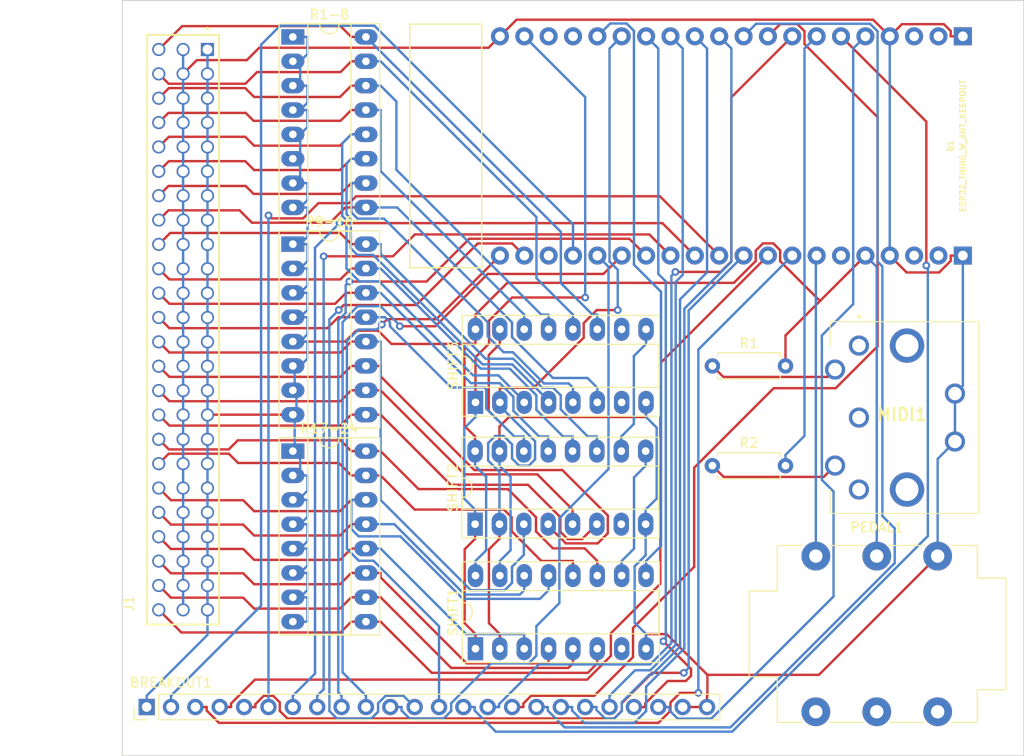
<source format=kicad_pcb>
(kicad_pcb (version 20211014) (generator pcbnew)
  (layers (0 "F.Cu" signal) (31 "B.Cu" signal) (34 "B.Paste" user) (35 "F.Paste" user) (36 "B.SilkS" user "B.Silkscreen") (37 "F.SilkS" user "F.Silkscreen") (38 "B.Mask" user) (39 "F.Mask" user) (44 "Edge.Cuts" user))
  (net 0 "")
  (net 1 "Earth")
  (net 4 "Net-(B1-Pad5)")
  (net 6 "Net-(J1-Pad03)")
  (net 7 "Net-(B1-Pad8)")
  (net 8 "Net-(B1-Pad9)")
  (net 9 "Net-(B1-Pad10)")
  (net 10 "Net-(B1-Pad11)")
  (net 11 "Net-(B1-Pad12)")
  (net 12 "Net-(B1-Pad13)")
  (net 13 "Net-(B1-Pad14)")
  (net 14 "Net-(B1-Pad15)")
  (net 15 "Net-(B1-Pad16)")
  (net 16 "Net-(J1-Pad06)")
  (net 17 "Net-(PEDAL1-PadT)")
  (net 18 "Net-(B1-Pad19)")
  (net 19 "Net-(B1-Pad20)")
  (net 20 "Net-(J1-Pad09)")
  (net 23 "Net-(J1-Pad12)")
  (net 24 "Net-(B1-Pad34)")
  (net 25 "Net-(B1-Pad27)")
  (net 26 "Net-(B1-Pad28)")
  (net 27 "Net-(B1-Pad29)")
  (net 28 "Net-(B1-Pad30)")
  (net 29 "Net-(B1-Pad31)")
  (net 30 "Net-(B1-Pad32)")
  (net 31 "Net-(B1-Pad33)")
  (net 32 "Net-(B1-Pad22)")
  (net 33 "Net-(B1-Pad35)")
  (net 34 "Net-(B1-Pad36)")
  (net 37 "Net-(B1-Pad26)")
  (net 38 "Net-(B1-Pad25)")
  (net 39 "Net-(SHIFT1-Pad10)")
  (net 40 "Net-(B1-Pad17)")
  (net 41 "Net-(J1-Pad15)")
  (net 42 "Net-(J1-Pad18)")
  (net 43 "Net-(J1-Pad21)")
  (net 44 "Net-(J1-Pad24)")
  (net 45 "Net-(J1-Pad27)")
  (net 46 "Net-(J1-Pad30)")
  (net 47 "Net-(J1-Pad33)")
  (net 48 "Net-(J1-Pad36)")
  (net 49 "Net-(J1-Pad39)")
  (net 50 "Net-(J1-Pad42)")
  (net 51 "Net-(J1-Pad45)")
  (net 52 "Net-(J1-Pad48)")
  (net 53 "Net-(J1-Pad51)")
  (net 54 "Net-(J1-Pad54)")
  (net 55 "Net-(J1-Pad57)")
  (net 56 "Net-(J1-Pad60)")
  (net 57 "Net-(J1-Pad63)")
  (net 58 "Net-(J1-Pad66)")
  (net 59 "Net-(J1-Pad69)")
  (net 60 "Net-(J1-Pad72)")
  (net 64 "Net-(MIDI1-Pad4)")
  (net 65 "Net-(MIDI1-Pad5)")
  (net 71 "Net-(SHIFT2-Pad10)")
  (footprint "SSQ-124-01-T-T:SAMTEC_SSQ-124-01-T-T" (layer "F.Cu") (at 146.04 82.58 90)
    (fp_text reference "J1")
    (fp_text value "SSQ-124-01-T-T")
  )
  (footprint "Package_DIP:DIP-16_W7.62mm_Socket_LongPads" (layer "F.Cu") (at 157.48 52.06)
    (fp_text reference "R1-8")
    (fp_text value "100k")
  )
  (footprint "Resistor_THT:R_Axial_DIN0207_L6.3mm_D2.5mm_P7.62mm_Horizontal" (layer "F.Cu") (at 201.22 96.76)
    (fp_text reference "R2")
    (fp_text value "200")
  )
  (footprint "Resistor_THT:R_Axial_DIN0207_L6.3mm_D2.5mm_P7.62mm_Horizontal" (layer "F.Cu") (at 201.22 86.36)
    (fp_text reference "R1")
    (fp_text value "200")
  )
  (footprint "Connector_Audio:Jack_6.35mm_Neutrik_NMJ6HCD2_Horizontal" (layer "F.Cu") (at 212.005 106.185)
    (fp_text reference "PEDAL1")
    (fp_text value "AudioJack")
  )
  (footprint "Package_DIP:DIP-16_W7.62mm_Socket_LongPads" (layer "F.Cu") (at 176.48 102.86 90)
    (fp_text reference "SHIFT2")
    (fp_text value "74HC165")
  )
  (footprint "componentsearchengine:57PC5F" (layer "F.Cu") (at 216.5 84.2375 180)
    (fp_text reference "MIDI1")
    (fp_text value "57PC5F" hide)
  )
  (footprint "Package_DIP:DIP-16_W7.62mm_Socket_LongPads" (layer "F.Cu") (at 176.52 90.16 90)
    (fp_text reference "SHIFT3")
    (fp_text value "74HC165")
  )
  (footprint "Package_DIP:DIP-16_W7.62mm_Socket_LongPads" (layer "F.Cu") (at 157.48 95.24)
    (fp_text reference "R17-24")
    (fp_text value "100k")
  )
  (footprint "Package_DIP:DIP-16_W7.62mm_Socket_LongPads" (layer "F.Cu") (at 176.52 115.84 90)
    (fp_text reference "SHIFT1")
    (fp_text value "74HC165")
  )
  (footprint "Boards:ESP32_THING" (layer "F.Cu") (at 228.6 76.1258 90)
    (fp_text reference "B1")
    (fp_text value "ESP32_THING_W_ANT_KEEPOUT")
  )
  (footprint "Connector_PinHeader_2.54mm:PinHeader_1x24_P2.54mm_Vertical" (layer "F.Cu") (at 142.24 121.92 90)
    (fp_text reference "BREAKOUT1")
    (fp_text value "extra")
  )
  (footprint "Package_DIP:DIP-16_W7.62mm_Socket_LongPads" (layer "F.Cu") (at 157.48 73.66)
    (fp_text reference "R9-16")
    (fp_text value "100k")
  )
  (gr_rect (start 127 48.26) (end 127 48.26) (layer "Edge.Cuts") (width 0.1) (fill none))
  (gr_rect (start 233.68 127) (end 139.7 48.26) (layer "Edge.Cuts") (width 0.1) (fill none))
  (segment (start 153.9766 53.1852) (end 152.6811 54.4807) (width 0.25) (layer "F.Cu") (net 1))
  (segment (start 177.9031 85.222) (end 179.06 84.0651) (width 0.25) (layer "F.Cu") (net 1))
  (segment (start 227.33 51.9958) (end 226.0651 51.9958) (width 0.25) (layer "F.Cu") (net 1))
  (segment (start 225.3537 50.7309) (end 226.0651 51.4423) (width 0.25) (layer "F.Cu") (net 1))
  (segment (start 221.4716 76.6174) (end 224.857 76.6174) (width 0.25) (layer "F.Cu") (net 1))
  (segment (start 200.701 118.5635) (end 212.3265 118.5635) (width 0.25) (layer "F.Cu") (net 1))
  (segment (start 179.06 82.54) (end 179.06 84.0651) (width 0.25) (layer "F.Cu") (net 1))
  (segment (start 219.71 51.9958) (end 220.9749 50.7309) (width 0.25) (layer "F.Cu") (net 1))
  (segment (start 179.02 92.68) (end 179.02 93.7149) (width 0.25) (layer "F.Cu") (net 1))
  (segment (start 177.8806 53.1852) (end 153.9766 53.1852) (width 0.25) (layer "F.Cu") (net 1))
  (segment (start 194.3 91.6851) (end 180.0149 91.6851) (width 0.25) (layer "F.Cu") (net 1))
  (segment (start 200.701 120.7039) (end 200.701 118.5635) (width 0.25) (layer "F.Cu") (net 1))
  (segment (start 179.02 95.24) (end 179.02 93.7149) (width 0.25) (layer "F.Cu") (net 1))
  (segment (start 179.2687 92.4313) (end 177.9031 91.0657) (width 0.25) (layer "F.Cu") (net 1))
  (segment (start 177.9031 91.0657) (end 177.9031 85.222) (width 0.25) (layer "F.Cu") (net 1))
  (segment (start 180.0149 91.6851) (end 179.2687 92.4313) (width 0.25) (layer "F.Cu") (net 1))
  (segment (start 224.857 76.6174) (end 226.0651 75.4093) (width 0.25) (layer "F.Cu") (net 1))
  (segment (start 194.3 90.16) (end 194.3 91.6851) (width 0.25) (layer "F.Cu") (net 1))
  (segment (start 226.0651 51.4423) (end 226.0651 51.9958) (width 0.25) (layer "F.Cu") (net 1))
  (segment (start 196.4524 114.3149) (end 194.3 114.3149) (width 0.25) (layer "F.Cu") (net 1))
  (segment (start 180.8021 50.2637) (end 179.07 51.9958) (width 0.25) (layer "F.Cu") (net 1))
  (segment (start 226.0651 75.4093) (end 226.0651 74.8558) (width 0.25) (layer "F.Cu") (net 1))
  (segment (start 179.2687 92.4313) (end 179.02 92.68) (width 0.25) (layer "F.Cu") (net 1))
  (segment (start 152.6811 54.4807) (end 147.4693 54.4807) (width 0.25) (layer "F.Cu") (net 1))
  (segment (start 200.66 120.7449) (end 200.701 120.7039) (width 0.25) (layer "F.Cu") (net 1))
  (segment (start 219.71 51.9958) (end 217.9779 50.2637) (width 0.25) (layer "F.Cu") (net 1))
  (segment (start 200.701 118.5635) (end 196.4524 114.3149) (width 0.25) (layer "F.Cu") (net 1))
  (segment (start 147.4693 54.4807) (end 146.04 55.91) (width 0.25) (layer "F.Cu") (net 1))
  (segment (start 200.66 121.92) (end 200.66 120.7449) (width 0.25) (layer "F.Cu") (net 1))
  (segment (start 227.33 74.8558) (end 226.0651 74.8558) (width 0.25) (layer "F.Cu") (net 1))
  (segment (start 194.3 115.84) (end 194.3 114.3149) (width 0.25) (layer "F.Cu") (net 1))
  (segment (start 217.9779 50.2637) (end 180.8021 50.2637) (width 0.25) (layer "F.Cu") (net 1))
  (segment (start 212.3265 118.5635) (end 224.705 106.185) (width 0.25) (layer "F.Cu") (net 1))
  (segment (start 179.07 51.9958) (end 177.8806 53.1852) (width 0.25) (layer "F.Cu") (net 1))
  (segment (start 200.66 121.92) (end 198.12 121.92) (width 0.25) (layer "F.Cu") (net 1))
  (segment (start 219.71 74.8558) (end 221.4716 76.6174) (width 0.25) (layer "F.Cu") (net 1))
  (segment (start 220.9749 50.7309) (end 225.3537 50.7309) (width 0.25) (layer "F.Cu") (net 1))
  (segment (start 146.04 94.01) (end 146.04 91.47) (width 0.25) (layer "B.Cu") (net 1))
  (segment (start 146.04 111.79) (end 146.04 109.25) (width 0.25) (layer "B.Cu") (net 1))
  (segment (start 146.04 55.91) (end 146.04 53.37) (width 0.25) (layer "B.Cu") (net 1))
  (segment (start 194.3 90.16) (end 194.3 91.6851) (width 0.25) (layer "B.Cu") (net 1))
  (segment (start 146.04 78.77) (end 146.04 76.23) (width 0.25) (layer "B.Cu") (net 1))
  (segment (start 146.04 99.09) (end 146.04 96.55) (width 0.25) (layer "B.Cu") (net 1))
  (segment (start 146.04 86.39) (end 146.04 83.85) (width 0.25) (layer "B.Cu") (net 1))
  (segment (start 226.51 94.2425) (end 224.705 96.0475) (width 0.25) (layer "B.Cu") (net 1))
  (segment (start 194.3 115.84) (end 194.3 114.3149) (width 0.25) (layer "B.Cu") (net 1))
  (segment (start 146.04 71.15) (end 146.04 68.61) (width 0.25) (layer "B.Cu") (net 1))
  (segment (start 227.33 74.8558) (end 227.33 88.4225) (width 0.25) (layer "B.Cu") (net 1))
  (segment (start 146.04 91.47) (end 146.04 88.93) (width 0.25) (layer "B.Cu") (net 1))
  (segment (start 146.04 101.63) (end 146.04 99.09) (width 0.25) (layer "B.Cu") (net 1))
  (segment (start 146.04 104.17) (end 146.04 101.63) (width 0.25) (layer "B.Cu") (net 1))
  (segment (start 146.04 68.61) (end 146.04 66.07) (width 0.25) (layer "B.Cu") (net 1))
  (segment (start 193.1151 113.13) (end 193.1151 107.2431) (width 0.25) (layer "B.Cu") (net 1))
  (segment (start 194.26 106.0982) (end 194.26 102.86) (width 0.25) (layer "B.Cu") (net 1))
  (segment (start 146.04 81.31) (end 146.04 78.77) (width 0.25) (layer "B.Cu") (net 1))
  (segment (start 194.3 114.3149) (end 193.1151 113.13) (width 0.25) (layer "B.Cu") (net 1))
  (segment (start 219.71 51.9958) (end 219.71 74.8558) (width 0.25) (layer "B.Cu") (net 1))
  (segment (start 146.04 76.23) (end 146.04 73.69) (width 0.25) (layer "B.Cu") (net 1))
  (segment (start 224.705 96.0475) (end 224.705 106.185) (width 0.25) (layer "B.Cu") (net 1))
  (segment (start 226.51 94.2425) (end 226.51 89.2425) (width 0.25) (layer "B.Cu") (net 1))
  (segment (start 146.04 106.71) (end 146.04 104.17) (width 0.25) (layer "B.Cu") (net 1))
  (segment (start 146.04 58.45) (end 146.04 55.91) (width 0.25) (layer "B.Cu") (net 1))
  (segment (start 179.06 106.6949) (end 180.1774 105.5775) (width 0.25) (layer "B.Cu") (net 1))
  (segment (start 146.04 109.25) (end 146.04 106.71) (width 0.25) (layer "B.Cu") (net 1))
  (segment (start 194.26 102.86) (end 194.26 101.3349) (width 0.25) (layer "B.Cu") (net 1))
  (segment (start 180.1774 105.5775) (end 180.1774 97.9225) (width 0.25) (layer "B.Cu") (net 1))
  (segment (start 179.06 108.22) (end 179.06 106.6949) (width 0.25) (layer "B.Cu") (net 1))
  (segment (start 146.04 88.93) (end 146.04 86.39) (width 0.25) (layer "B.Cu") (net 1))
  (segment (start 146.04 63.53) (end 146.04 60.99) (width 0.25) (layer "B.Cu") (net 1))
  (segment (start 146.04 96.55) (end 146.04 94.01) (width 0.25) (layer "B.Cu") (net 1))
  (segment (start 180.1774 97.9225) (end 179.02 96.7651) (width 0.25) (layer "B.Cu") (net 1))
  (segment (start 146.04 60.99) (end 146.04 58.45) (width 0.25) (layer "B.Cu") (net 1))
  (segment (start 194.3 91.6851) (end 195.4125 92.7976) (width 0.25) (layer "B.Cu") (net 1))
  (segment (start 146.04 83.85) (end 146.04 81.31) (width 0.25) (layer "B.Cu") (net 1))
  (segment (start 193.1151 107.2431) (end 194.26 106.0982) (width 0.25) (layer "B.Cu") (net 1))
  (segment (start 195.4125 100.1824) (end 194.26 101.3349) (width 0.25) (layer "B.Cu") (net 1))
  (segment (start 146.04 66.07) (end 146.04 63.53) (width 0.25) (layer "B.Cu") (net 1))
  (segment (start 179.02 95.24) (end 179.02 96.7651) (width 0.25) (layer "B.Cu") (net 1))
  (segment (start 146.04 73.69) (end 146.04 71.15) (width 0.25) (layer "B.Cu") (net 1))
  (segment (start 195.4125 92.7976) (end 195.4125 100.1824) (width 0.25) (layer "B.Cu") (net 1))
  (segment (start 227.33 88.4225) (end 226.51 89.2425) (width 0.25) (layer "B.Cu") (net 1))
  (segment (start 203.4555 77.7015) (end 179.8334 77.7015) (width 0.25) (layer "F.Cu") (net 4))
  (segment (start 208.28 75.4339) (end 208.28 74.2973) (width 0.25) (layer "F.Cu") (net 4))
  (segment (start 205.74 75.417) (end 203.4555 77.7015) (width 0.25) (layer "F.Cu") (net 4))
  (segment (start 176.52 82.6357) (end 176.52 82.54) (width 0.25) (layer "F.Cu") (net 4))
  (segment (start 164.075 82.6832) (end 166.3735 82.6832) (width 0.25) (layer "F.Cu") (net 4))
  (segment (start 208.28 74.2973) (end 207.5641 73.5814) (width 0.25) (layer "F.Cu") (net 4))
  (segment (start 167.7554 84.0651) (end 175.3705 84.0651) (width 0.25) (layer "F.Cu") (net 4))
  (segment (start 166.3735 82.6832) (end 167.7554 84.0651) (width 0.25) (layer "F.Cu") (net 4))
  (segment (start 208.84 86.36) (end 208.84 85.2349) (width 0.25) (layer "F.Cu") (net 4))
  (segment (start 175.3705 92.6054) (end 176.48 93.7149) (width 0.25) (layer "F.Cu") (net 4))
  (segment (start 162.9382 83.82) (end 164.075 82.6832) (width 0.25) (layer "F.Cu") (net 4))
  (segment (start 175.3705 84.0651) (end 175.3705 92.6054) (width 0.25) (layer "F.Cu") (net 4))
  (segment (start 207.5641 73.5814) (end 206.4939 73.5814) (width 0.25) (layer "F.Cu") (net 4))
  (segment (start 205.74 74.3353) (end 205.74 75.417) (width 0.25) (layer "F.Cu") (net 4))
  (segment (start 212.436 79.5898) (end 217.17 74.8558) (width 0.25) (layer "F.Cu") (net 4))
  (segment (start 208.84 83.1858) (end 212.436 79.5898) (width 0.25) (layer "F.Cu") (net 4))
  (segment (start 176.48 95.24) (end 176.48 93.7149) (width 0.25) (layer "F.Cu") (net 4))
  (segment (start 176.52 82.6357) (end 176.52 84.0651) (width 0.25) (layer "F.Cu") (net 4))
  (segment (start 176.52 84.0651) (end 175.3705 84.0651) (width 0.25) (layer "F.Cu") (net 4))
  (segment (start 157.48 83.82) (end 162.9382 83.82) (width 0.25) (layer "F.Cu") (net 4))
  (segment (start 157.48 91.44) (end 148.61 91.44) (width 0.25) (layer "F.Cu") (net 4))
  (segment (start 212.436 79.5898) (end 208.28 75.4339) (width 0.25) (layer "F.Cu") (net 4))
  (segment (start 208.84 85.2349) (end 208.84 83.1858) (width 0.25) (layer "F.Cu") (net 4))
  (segment (start 179.8334 77.7015) (end 176.52 81.0149) (width 0.25) (layer "F.Cu") (net 4))
  (segment (start 206.4939 73.5814) (end 205.74 74.3353) (width 0.25) (layer "F.Cu") (net 4))
  (segment (start 176.52 82.54) (end 176.52 81.0149) (width 0.25) (layer "F.Cu") (net 4))
  (segment (start 148.61 91.44) (end 148.58 91.47) (width 0.25) (layer "F.Cu") (net 4))
  (segment (start 157.48 95.24) (end 157.6707 95.24) (width 0.25) (layer "B.Cu") (net 4))
  (segment (start 157.48 83.82) (end 158.2426 83.82) (width 0.25) (layer "B.Cu") (net 4))
  (segment (start 157.48 107.94) (end 158.2426 107.94) (width 0.25) (layer "B.Cu") (net 4))
  (segment (start 158.2426 81.28) (end 159.0051 81.28) (width 0.25) (layer "B.Cu") (net 4))
  (segment (start 148.58 91.47) (end 148.58 88.93) (width 0.25) (layer "B.Cu") (net 4))
  (segment (start 176.52 108.22) (end 176.52 106.6949) (width 0.25) (layer "B.Cu") (net 4))
  (segment (start 148.58 66.07) (end 148.58 63.53) (width 0.25) (layer "B.Cu") (net 4))
  (segment (start 157.48 64.76) (end 158.2426 64.76) (width 0.25) (layer "B.Cu") (net 4))
  (segment (start 159.0051 109.7175) (end 159.0051 107.94) (width 0.25) (layer "B.Cu") (net 4))
  (segment (start 148.58 109.25) (end 148.58 106.71) (width 0.25) (layer "B.Cu") (net 4))
  (segment (start 148.58 83.85) (end 148.58 81.31) (width 0.25) (layer "B.Cu") (net 4))
  (segment (start 217.17 74.8558) (end 218.355 76.0408) (width 0.25) (layer "B.Cu") (net 4))
  (segment (start 176.48 95.24) (end 176.48 96.7651) (width 0.25) (layer "B.Cu") (net 4))
  (segment (start 158.2426 107.94) (end 159.0051 107.94) (width 0.25) (layer "B.Cu") (net 4))
  (segment (start 177.6311 105.5838) (end 177.6311 97.9162) (width 0.25) (layer "B.Cu") (net 4))
  (segment (start 159.0051 72.8975) (end 158.2426 73.66) (width 0.25) (layer "B.Cu") (net 4))
  (segment (start 159.0051 77.9775) (end 159.0051 76.2) (width 0.25) (layer "B.Cu") (net 4))
  (segment (start 157.48 81.28) (end 158.2426 81.28) (width 0.25) (layer "B.Cu") (net 4))
  (segment (start 157.6707 88.9) (end 157.8613 88.9) (width 0.25) (layer "B.Cu") (net 4))
  (segment (start 148.58 111.79) (end 148.58 109.25) (width 0.25) (layer "B.Cu") (net 4))
  (segment (start 159.0051 102.0975) (end 159.0051 100.32) (width 0.25) (layer "B.Cu") (net 4))
  (segment (start 177.6311 97.9162) (end 176.48 96.7651) (width 0.25) (layer "B.Cu") (net 4))
  (segment (start 157.48 59.68) (end 158.2426 59.68) (width 0.25) (layer "B.Cu") (net 4))
  (segment (start 218.355 76.0408) (end 218.355 106.185) (width 0.25) (layer "B.Cu") (net 4))
  (segment (start 148.58 55.91) (end 148.58 53.37) (width 0.25) (layer "B.Cu") (net 4))
  (segment (start 158.2426 78.74) (end 159.0051 77.9775) (width 0.25) (layer "B.Cu") (net 4))
  (segment (start 157.48 100.32) (end 158.0501 100.32) (width 0.25) (layer "B.Cu") (net 4))
  (segment (start 159.0051 69.0775) (end 159.0051 67.3) (width 0.25) (layer "B.Cu") (net 4))
  (segment (start 157.48 76.2) (end 158.2426 76.2) (width 0.25) (layer "B.Cu") (net 4))
  (segment (start 158.2426 105.4) (end 159.0051 104.6375) (width 0.25) (layer "B.Cu") (net 4))
  (segment (start 159.0051 80.5175) (end 159.0051 78.74) (width 0.25) (layer "B.Cu") (net 4))
  (segment (start 158.2426 81.28) (end 159.0051 80.5175) (width 0.25) (layer "B.Cu") (net 4))
  (segment (start 158.2426 107.94) (end 159.0051 107.1775) (width 0.25) (layer "B.Cu") (net 4))
  (segment (start 148.58 68.61) (end 148.58 66.07) (width 0.25) (layer "B.Cu") (net 4))
  (segment (start 158.2426 83.82) (end 159.0051 83.0575) (width 0.25) (layer "B.Cu") (net 4))
  (segment (start 142.24 121.92) (end 142.24 120.7449) (width 0.25) (layer "B.Cu") (net 4))
  (segment (start 158.2426 83.82) (end 159.0051 83.82) (width 0.25) (layer "B.Cu") (net 4))
  (segment (start 157.48 57.14) (end 158.2426 57.14) (width 0.25) (layer "B.Cu") (net 4))
  (segment (start 148.58 88.93) (end 148.58 86.39) (width 0.25) (layer "B.Cu") (net 4))
  (segment (start 158.2426 69.84) (end 159.0051 69.0775) (width 0.25) (layer "B.Cu") (net 4))
  (segment (start 148.58 94.01) (end 148.58 91.47) (width 0.25) (layer "B.Cu") (net 4))
  (segment (start 159.0051 99.365) (end 159.0051 97.78) (width 0.25) (layer "B.Cu") (net 4))
  (segment (start 158.2426 97.78) (end 158.2426 95.24) (width 0.25) (layer "B.Cu") (net 4))
  (segment (start 159.0051 85.5975) (end 159.0051 83.82) (width 0.25) (layer "B.Cu") (net 4))
  (segment (start 158.2426 102.86) (end 159.0051 102.0975) (width 0.25) (layer "B.Cu") (net 4))
  (segment (start 157.48 73.66) (end 158.2426 73.66) (width 0.25) (layer "B.Cu") (net 4))
  (segment (start 157.48 62.22) (end 158.2426 62.22) (width 0.25) (layer "B.Cu") (net 4))
  (segment (start 148.58 104.17) (end 148.58 101.63) (width 0.25) (layer "B.Cu") (net 4))
  (segment (start 157.48 105.4) (end 158.2426 105.4) (width 0.25) (layer "B.Cu") (net 4))
  (segment (start 158.2426 64.76) (end 158.2426 62.22) (width 0.25) (layer "B.Cu") (net 4))
  (segment (start 158.2426 59.68) (end 159.0051 58.9175) (width 0.25) (layer "B.Cu") (net 4))
  (segment (start 158.2426 110.48) (end 159.0051 110.48) (width 0.25) (layer "B.Cu") (net 4))
  (segment (start 148.58 60.99) (end 148.58 58.45) (width 0.25) (layer "B.Cu") (net 4))
  (segment (start 157.6707 91.44) (end 157.6707 95.24) (width 0.25) (layer "B.Cu") (net 4))
  (segment (start 159.0051 104.6375) (end 159.0051 102.86) (width 0.25) (layer "B.Cu") (net 4))
  (segment (start 158.0501 100.32) (end 159.0051 99.365) (width 0.25) (layer "B.Cu") (net 4))
  (segment (start 157.48 78.74) (end 158.2426 78.74) (width 0.25) (layer "B.Cu") (net 4))
  (segment (start 158.2426 78.74) (end 159.0051 78.74) (width 0.25) (layer "B.Cu") (net 4))
  (segment (start 159.0051 69.84) (end 159.0051 72.8975) (width 0.25) (layer "B.Cu") (net 4))
  (segment (start 158.2426 86.36) (end 159.0051 85.5975) (width 0.25) (layer "B.Cu") (net 4))
  (segment (start 158.2426 105.4) (end 159.0051 105.4) (width 0.25) (layer "B.Cu") (net 4))
  (segment (start 158.2426 76.2) (end 159.0051 75.4375) (width 0.25) (layer "B.Cu") (net 4))
  (segment (start 176.52 106.6949) (end 177.6311 105.5838) (width 0.25) (layer "B.Cu") (net 4))
  (segment (start 148.58 78.77) (end 148.58 76.23) (width 0.25) (layer "B.Cu") (net 4))
  (segment (start 157.48 67.3) (end 158.2426 67.3) (width 0.25) (layer "B.Cu") (net 4))
  (segment (start 157.8613 91.44) (end 157.8613 88.9) (width 0.25) (layer "B.Cu") (net 4))
  (segment (start 157.48 69.84) (end 158.2426 69.84) (width 0.25) (layer "B.Cu") (net 4))
  (segment (start 158.2426 110.48) (end 159.0051 109.7175) (width 0.25) (layer "B.Cu") (net 4))
  (segment (start 159.0051 53.8375) (end 159.0051 52.06) (width 0.25) (layer "B.Cu") (net 4))
  (segment (start 148.58 101.63) (end 148.58 99.09) (width 0.25) (layer "B.Cu") (net 4))
  (segment (start 148.58 63.53) (end 148.58 60.99) (width 0.25) (layer "B.Cu") (net 4))
  (segment (start 157.48 91.44) (end 157.6707 91.44) (width 0.25) (layer "B.Cu") (net 4))
  (segment (start 148.58 81.31) (end 148.58 78.77) (width 0.25) (layer "B.Cu") (net 4))
  (segment (start 158.2426 69.84) (end 159.0051 69.84) (width 0.25) (layer "B.Cu") (net 4))
  (segment (start 148.58 114.4049) (end 142.24 120.7449) (width 0.25) (layer "B.Cu") (net 4))
  (segment (start 157.48 110.48) (end 158.2426 110.48) (width 0.25) (layer "B.Cu") (net 4))
  (segment (start 157.48 86.36) (end 157.6707 86.36) (width 0.25) (layer "B.Cu") (net 4))
  (segment (start 158.2426 57.14) (end 159.0051 57.14) (width 0.25) (layer "B.Cu") (net 4))
  (segment (start 157.6707 86.36) (end 158.2426 86.36) (width 0.25) (layer "B.Cu") (net 4))
  (segment (start 148.58 99.09) (end 148.58 96.55) (width 0.25) (layer "B.Cu") (net 4))
  (segment (start 157.6707 95.24) (end 158.2426 95.24) (width 0.25) (layer "B.Cu") (net 4))
  (segment (start 158.2426 67.3) (end 159.0051 67.3) (width 0.25) (layer "B.Cu") (net 4))
  (segment (start 148.58 73.69) (end 148.58 71.15) (width 0.25) (layer "B.Cu") (net 4))
  (segment (start 159.0051 58.9175) (end 159.0051 57.14) (width 0.25) (layer "B.Cu") (net 4))
  (segment (start 148.58 71.15) (end 148.58 68.61) (width 0.25) (layer "B.Cu") (net 4))
  (segment (start 158.0501 100.32) (end 159.0051 100.32) (width 0.25) (layer "B.Cu") (net 4))
  (segment (start 158.2426 57.14) (end 158.2426 54.6) (width 0.25) (layer "B.Cu") (net 4))
  (segment (start 158.2426 102.86) (end 159.0051 102.86) (width 0.25) (layer "B.Cu") (net 4))
  (segment (start 148.58 86.39) (end 148.58 83.85) (width 0.25) (layer "B.Cu") (net 4))
  (segment (start 148.58 96.55) (end 148.58 94.01) (width 0.25) (layer "B.Cu") (net 4))
  (segment (start 157.6707 88.9) (end 157.6707 86.36) (width 0.25) (layer "B.Cu") (net 4))
  (segment (start 159.0051 107.1775) (end 159.0051 105.4) (width 0.25) (layer "B.Cu") (net 4))
  (segment (start 157.48 97.78) (end 158.2426 97.78) (width 0.25) (layer "B.Cu") (net 4))
  (segment (start 159.0051 75.4375) (end 159.0051 73.66) (width 0.25) (layer "B.Cu") (net 4))
  (segment (start 148.58 111.79) (end 148.58 114.4049) (width 0.25) (layer "B.Cu") (net 4))
  (segment (start 157.48 113.02) (end 159.0051 113.02) (width 0.25) (layer "B.Cu") (net 4))
  (segment (start 158.2426 59.68) (end 159.0051 59.68) (width 0.25) (layer "B.Cu") (net 4))
  (segment (start 159.0051 113.02) (end 159.0051 110.48) (width 0.25) (layer "B.Cu") (net 4))
  (segment (start 159.0051 61.4575) (end 159.0051 59.68) (width 0.25) (layer "B.Cu") (net 4))
  (segment (start 158.2426 76.2) (end 159.0051 76.2) (width 0.25) (layer "B.Cu") (net 4))
  (segment (start 157.6707 91.44) (end 157.8613 91.44) (width 0.25) (layer "B.Cu") (net 4))
  (segment (start 157.48 102.86) (end 158.2426 102.86) (width 0.25) (layer "B.Cu") (net 4))
  (segment (start 158.2426 97.78) (end 159.0051 97.78) (width 0.25) (layer "B.Cu") (net 4))
  (segment (start 158.2426 73.66) (end 159.0051 73.66) (width 0.25) (layer "B.Cu") (net 4))
  (segment (start 158.2426 62.22) (end 159.0051 61.4575) (width 0.25) (layer "B.Cu") (net 4))
  (segment (start 157.48 88.9) (end 157.6707 88.9) (width 0.25) (layer "B.Cu") (net 4))
  (segment (start 158.2426 54.6) (end 159.0051 53.8375) (width 0.25) (layer "B.Cu") (net 4))
  (segment (start 158.2426 67.3) (end 158.2426 64.76) (width 0.25) (layer "B.Cu") (net 4))
  (segment (start 159.0051 83.0575) (end 159.0051 81.28) (width 0.25) (layer "B.Cu") (net 4))
  (segment (start 148.58 76.23) (end 148.58 73.69) (width 0.25) (layer "B.Cu") (net 4))
  (segment (start 157.48 52.06) (end 159.0051 52.06) (width 0.25) (layer "B.Cu") (net 4))
  (segment (start 157.48 54.6) (end 158.2426 54.6) (width 0.25) (layer "B.Cu") (net 4))
  (segment (start 148.58 106.71) (end 148.58 104.17) (width 0.25) (layer "B.Cu") (net 4))
  (segment (start 148.58 58.45) (end 148.58 55.91) (width 0.25) (layer "B.Cu") (net 4))
  (segment (start 163.5749 52.06) (end 162.4497 50.9348) (width 0.25) (layer "F.Cu") (net 6))
  (segment (start 145.9352 50.9348) (end 143.5 53.37) (width 0.25) (layer "F.Cu") (net 6))
  (segment (start 162.4497 50.9348) (end 145.9352 50.9348) (width 0.25) (layer "F.Cu") (net 6))
  (segment (start 165.1 52.06) (end 163.5749 52.06) (width 0.25) (layer "F.Cu") (net 6))
  (segment (start 185.42 72.38) (end 165.1 52.06) (width 0.25) (layer "B.Cu") (net 6))
  (segment (start 189.22 81.0149) (end 188.7196 81.0149) (width 0.25) (layer "B.Cu") (net 6))
  (segment (start 185.42 77.7153) (end 185.42 72.38) (width 0.25) (layer "B.Cu") (net 6))
  (segment (start 189.22 82.54) (end 189.22 81.0149) (width 0.25) (layer "B.Cu") (net 6))
  (segment (start 188.7196 81.0149) (end 185.42 77.7153) (width 0.25) (layer "B.Cu") (net 6))
  (segment (start 148.4951 122.2872) (end 149.7778 123.5699) (width 0.25) (layer "F.Cu") (net 7))
  (segment (start 196.85 122.3141) (end 196.85 121.4428) (width 0.25) (layer "F.Cu") (net 7))
  (segment (start 195.5942 123.5699) (end 196.85 122.3141) (width 0.25) (layer "F.Cu") (net 7))
  (segment (start 197.8489 120.4439) (end 199.7558 120.4439) (width 0.25) (layer "F.Cu") (net 7))
  (segment (start 196.85 121.4428) (end 197.8489 120.4439) (width 0.25) (layer "F.Cu") (net 7))
  (segment (start 147.32 121.92) (end 148.4951 121.92) (width 0.25) (layer "F.Cu") (net 7))
  (segment (start 149.7778 123.5699) (end 195.5942 123.5699) (width 0.25) (layer "F.Cu") (net 7))
  (segment (start 148.4951 121.92) (end 148.4951 122.2872) (width 0.25) (layer "F.Cu") (net 7))
  (via (at 199.7558 120.4439) (size 0.8) (drill 0.4) (layers "F.Cu" "B.Cu") (net 7))
  (segment (start 199.7558 84.65) (end 199.7558 120.4439) (width 0.25) (layer "B.Cu") (net 7))
  (segment (start 209.55 74.8558) (end 199.7558 84.65) (width 0.25) (layer "B.Cu") (net 7))
  (segment (start 190.6348 114.2301) (end 190.6348 116.587) (width 0.25) (layer "F.Cu") (net 8))
  (segment (start 195.7927 86.0731) (end 195.7927 109.0722) (width 0.25) (layer "F.Cu") (net 8))
  (segment (start 207.01 74.8558) (end 195.7927 86.0731) (width 0.25) (layer "F.Cu") (net 8))
  (segment (start 151.0351 121.5544) (end 151.0351 121.92) (width 0.25) (layer "F.Cu") (net 8))
  (segment (start 195.7927 109.0722) (end 190.6348 114.2301) (width 0.25) (layer "F.Cu") (net 8))
  (segment (start 190.6348 116.587) (end 188.1561 119.0657) (width 0.25) (layer "F.Cu") (net 8))
  (segment (start 188.1561 119.0657) (end 153.5238 119.0657) (width 0.25) (layer "F.Cu") (net 8))
  (segment (start 153.5238 119.0657) (end 151.0351 121.5544) (width 0.25) (layer "F.Cu") (net 8))
  (segment (start 149.86 121.92) (end 151.0351 121.92) (width 0.25) (layer "F.Cu") (net 8))
  (segment (start 191.77 121.5267) (end 191.77 122.3193) (width 0.25) (layer "F.Cu") (net 9))
  (segment (start 156.1151 122.3221) (end 156.1151 121.4333) (width 0.25) (layer "F.Cu") (net 9))
  (segment (start 152.4 121.92) (end 153.5751 121.92) (width 0.25) (layer "F.Cu") (net 9))
  (segment (start 156.1151 121.4333) (end 155.4267 120.7449) (width 0.25) (layer "F.Cu") (net 9))
  (segment (start 153.5752 121.623) (end 153.5752 121.92) (width 0.25) (layer "F.Cu") (net 9))
  (segment (start 190.9731 123.1162) (end 156.9092 123.1162) (width 0.25) (layer "F.Cu") (net 9))
  (segment (start 194.9399 118.3568) (end 191.77 121.5267) (width 0.25) (layer "F.Cu") (net 9))
  (segment (start 154.4533 120.7449) (end 153.5752 121.623) (width 0.25) (layer "F.Cu") (net 9))
  (segment (start 153.5752 121.92) (end 153.5751 121.92) (width 0.25) (layer "F.Cu") (net 9))
  (segment (start 191.77 122.3193) (end 190.9731 123.1162) (width 0.25) (layer "F.Cu") (net 9))
  (segment (start 156.9092 123.1162) (end 156.1151 122.3221) (width 0.25) (layer "F.Cu") (net 9))
  (segment (start 198.2421 118.3568) (end 194.9399 118.3568) (width 0.25) (layer "F.Cu") (net 9))
  (segment (start 155.4267 120.7449) (end 154.4533 120.7449) (width 0.25) (layer "F.Cu") (net 9))
  (via (at 198.2421 118.3568) (size 0.8) (drill 0.4) (layers "F.Cu" "B.Cu") (net 9))
  (segment (start 198.7452 117.8537) (end 198.7452 80.5806) (width 0.25) (layer "B.Cu") (net 9))
  (segment (start 198.2421 118.3568) (end 198.7452 117.8537) (width 0.25) (layer "B.Cu") (net 9))
  (segment (start 198.7452 80.5806) (end 204.47 74.8558) (width 0.25) (layer "B.Cu") (net 9))
  (segment (start 155.2471 70.9766) (end 154.94 70.6695) (width 0.25) (layer "F.Cu") (net 10))
  (segment (start 158.555 70.9766) (end 155.2471 70.9766) (width 0.25) (layer "F.Cu") (net 10))
  (segment (start 201.93 74.8558) (end 195.7467 68.6725) (width 0.25) (layer "F.Cu") (net 10))
  (segment (start 163.3502 69.3898) (end 160.1418 69.3898) (width 0.25) (layer "F.Cu") (net 10))
  (segment (start 195.7467 68.6725) (end 164.0675 68.6725) (width 0.25) (layer "F.Cu") (net 10))
  (segment (start 164.0675 68.6725) (end 163.3502 69.3898) (width 0.25) (layer "F.Cu") (net 10))
  (segment (start 160.1418 69.3898) (end 158.555 70.9766) (width 0.25) (layer "F.Cu") (net 10))
  (via (at 154.94 70.6695) (size 0.8) (drill 0.4) (layers "F.Cu" "B.Cu") (net 10))
  (segment (start 154.94 121.92) (end 154.94 70.6695) (width 0.25) (layer "B.Cu") (net 10))
  (segment (start 196.006 71.4718) (end 199.39 74.8558) (width 0.25) (layer "F.Cu") (net 11))
  (segment (start 162.3499 71.4718) (end 196.006 71.4718) (width 0.25) (layer "F.Cu") (net 11))
  (via (at 162.3499 71.4718) (size 0.8) (drill 0.4) (layers "F.Cu" "B.Cu") (net 11))
  (segment (start 162.3499 71.4718) (end 159.7929 74.0288) (width 0.25) (layer "B.Cu") (net 11))
  (segment (start 157.48 121.92) (end 157.48 120.7449) (width 0.25) (layer "B.Cu") (net 11))
  (segment (start 159.7929 118.432) (end 157.48 120.7449) (width 0.25) (layer "B.Cu") (net 11))
  (segment (start 159.7929 74.0288) (end 159.7929 118.432) (width 0.25) (layer "B.Cu") (net 11))
  (segment (start 167.9215 74.93) (end 160.6931 74.93) (width 0.25) (layer "F.Cu") (net 12))
  (segment (start 196.85 74.8558) (end 194.6456 72.6514) (width 0.25) (layer "F.Cu") (net 12))
  (segment (start 194.6456 72.6514) (end 170.2001 72.6514) (width 0.25) (layer "F.Cu") (net 12))
  (segment (start 170.2001 72.6514) (end 167.9215 74.93) (width 0.25) (layer "F.Cu") (net 12))
  (via (at 160.6931 74.93) (size 0.8) (drill 0.4) (layers "F.Cu" "B.Cu") (net 12))
  (segment (start 160.02 120.7449) (end 160.6931 120.0718) (width 0.25) (layer "B.Cu") (net 12))
  (segment (start 160.6931 120.0718) (end 160.6931 74.93) (width 0.25) (layer "B.Cu") (net 12))
  (segment (start 160.02 121.92) (end 160.02 120.7449) (width 0.25) (layer "B.Cu") (net 12))
  (segment (start 192.5581 73.1039) (end 175.8751 73.1039) (width 0.25) (layer "F.Cu") (net 13))
  (segment (start 175.8751 73.1039) (end 171.4141 77.5649) (width 0.25) (layer "F.Cu") (net 13))
  (segment (start 194.31 74.8558) (end 192.5581 73.1039) (width 0.25) (layer "F.Cu") (net 13))
  (segment (start 171.4141 77.5649) (end 163.3625 77.5649) (width 0.25) (layer "F.Cu") (net 13))
  (via (at 163.3625 77.5649) (size 0.8) (drill 0.4) (layers "F.Cu" "B.Cu") (net 13))
  (segment (start 162.217 120.4019) (end 162.56 120.7449) (width 0.25) (layer "B.Cu") (net 13))
  (segment (start 162.9896 77.9378) (end 162.9896 80.8291) (width 0.25) (layer "B.Cu") (net 13))
  (segment (start 162.56 121.92) (end 162.56 120.7449) (width 0.25) (layer "B.Cu") (net 13))
  (segment (start 163.3625 77.5649) (end 162.9896 77.9378) (width 0.25) (layer "B.Cu") (net 13))
  (segment (start 162.9896 80.8291) (end 162.217 81.6017) (width 0.25) (layer "B.Cu") (net 13))
  (segment (start 162.217 81.6017) (end 162.217 120.4019) (width 0.25) (layer "B.Cu") (net 13))
  (segment (start 191.77 74.8558) (end 189.8555 76.7703) (width 0.25) (layer "F.Cu") (net 14))
  (segment (start 172.3397 82.2228) (end 168.632 82.2228) (width 0.25) (layer "F.Cu") (net 14))
  (segment (start 189.8555 76.7703) (end 177.7922 76.7703) (width 0.25) (layer "F.Cu") (net 14))
  (segment (start 177.7922 76.7703) (end 172.3397 82.2228) (width 0.25) (layer "F.Cu") (net 14))
  (via (at 168.632 82.2228) (size 0.8) (drill 0.4) (layers "F.Cu" "B.Cu") (net 14))
  (segment (start 163.4397 81.0156) (end 163.4397 80.9335) (width 0.25) (layer "B.Cu") (net 14))
  (segment (start 164.2454 80.1278) (end 166.6166 80.1278) (width 0.25) (layer "B.Cu") (net 14))
  (segment (start 166.6166 80.1278) (end 168.632 82.1432) (width 0.25) (layer "B.Cu") (net 14))
  (segment (start 163.4397 80.9335) (end 164.2454 80.1278) (width 0.25) (layer "B.Cu") (net 14))
  (segment (start 162.6671 81.7882) (end 163.4397 81.0156) (width 0.25) (layer "B.Cu") (net 14))
  (segment (start 165.1 120.7449) (end 162.6671 118.312) (width 0.25) (layer "B.Cu") (net 14))
  (segment (start 165.1 121.92) (end 165.1 120.7449) (width 0.25) (layer "B.Cu") (net 14))
  (segment (start 168.632 82.1432) (end 168.632 82.2228) (width 0.25) (layer "B.Cu") (net 14))
  (segment (start 162.6671 118.312) (end 162.6671 81.7882) (width 0.25) (layer "B.Cu") (net 14))
  (segment (start 182.87 116.5688) (end 182.87 113.4879) (width 0.25) (layer "B.Cu") (net 15))
  (segment (start 173.1949 123.1278) (end 173.99 122.3327) (width 0.25) (layer "B.Cu") (net 15))
  (segment (start 190.3874 76.0132) (end 189.23 74.8558) (width 0.25) (layer "B.Cu") (net 15))
  (segment (start 178.1475 117.3651) (end 182.0737 117.3651) (width 0.25) (layer "B.Cu") (net 15))
  (segment (start 168.8151 122.2872) (end 169.6557 123.1278) (width 0.25) (layer "B.Cu") (net 15))
  (segment (start 185.2652 102.2329) (end 190.3874 97.1107) (width 0.25) (layer "B.Cu") (net 15))
  (segment (start 182.0737 117.3651) (end 182.87 116.5688) (width 0.25) (layer "B.Cu") (net 15))
  (segment (start 168.8151 121.92) (end 168.8151 122.2872) (width 0.25) (layer "B.Cu") (net 15))
  (segment (start 173.99 121.5226) (end 178.1475 117.3651) (width 0.25) (layer "B.Cu") (net 15))
  (segment (start 185.2652 111.0927) (end 185.2652 102.2329) (width 0.25) (layer "B.Cu") (net 15))
  (segment (start 169.6557 123.1278) (end 173.1949 123.1278) (width 0.25) (layer "B.Cu") (net 15))
  (segment (start 173.99 122.3327) (end 173.99 121.5226) (width 0.25) (layer "B.Cu") (net 15))
  (segment (start 167.64 121.92) (end 168.8151 121.92) (width 0.25) (layer "B.Cu") (net 15))
  (segment (start 182.87 113.4879) (end 185.2652 111.0927) (width 0.25) (layer "B.Cu") (net 15))
  (segment (start 190.3874 97.1107) (end 190.3874 76.0132) (width 0.25) (layer "B.Cu") (net 15))
  (segment (start 163.5749 54.6) (end 162.4497 55.7252) (width 0.25) (layer "F.Cu") (net 16))
  (segment (start 162.4497 55.7252) (end 153.7467 55.7252) (width 0.25) (layer "F.Cu") (net 16))
  (segment (start 165.1 54.6) (end 163.5749 54.6) (width 0.25) (layer "F.Cu") (net 16))
  (segment (start 144.5319 56.9419) (end 143.5 55.91) (width 0.25) (layer "F.Cu") (net 16))
  (segment (start 153.7467 55.7252) (end 152.53 56.9419) (width 0.25) (layer "F.Cu") (net 16))
  (segment (start 152.53 56.9419) (end 144.5319 56.9419) (width 0.25) (layer "F.Cu") (net 16))
  (segment (start 165.1 54.6) (end 166.6251 54.6) (width 0.25) (layer "B.Cu") (net 16))
  (segment (start 182.88 70.8549) (end 166.6251 54.6) (width 0.25) (layer "B.Cu") (net 16))
  (segment (start 186.68 82.54) (end 186.68 81.0149) (width 0.25) (layer "B.Cu") (net 16))
  (segment (start 186.68 81.0149) (end 182.88 77.2149) (width 0.25) (layer "B.Cu") (net 16))
  (segment (start 182.88 77.2149) (end 182.88 70.8549) (width 0.25) (layer "B.Cu") (net 16))
  (segment (start 212.005 74.9408) (end 212.005 106.185) (width 0.25) (layer "B.Cu") (net 17))
  (segment (start 212.09 74.8558) (end 212.005 74.9408) (width 0.25) (layer "B.Cu") (net 17))
  (segment (start 180.345 73.5908) (end 181.61 74.8558) (width 0.25) (layer "F.Cu") (net 18))
  (segment (start 170.3365 80.01) (end 176.7557 73.5908) (width 0.25) (layer "F.Cu") (net 18))
  (segment (start 162.2645 80.5287) (end 162.7832 80.01) (width 0.25) (layer "F.Cu") (net 18))
  (segment (start 162.7832 80.01) (end 170.3365 80.01) (width 0.25) (layer "F.Cu") (net 18))
  (segment (start 176.7557 73.5908) (end 180.345 73.5908) (width 0.25) (layer "F.Cu") (net 18))
  (via (at 162.2645 80.5287) (size 0.8) (drill 0.4) (layers "F.Cu" "B.Cu") (net 18))
  (segment (start 170.18 121.92) (end 169.0048 120.7448) (width 0.25) (layer "B.Cu") (net 18))
  (segment (start 166.37 122.4087) (end 165.6509 123.1278) (width 0.25) (layer "B.Cu") (net 18))
  (segment (start 161.29 81.5032) (end 162.2645 80.5287) (width 0.25) (layer "B.Cu") (net 18))
  (segment (start 166.37 121.5259) (end 166.37 122.4087) (width 0.25) (layer "B.Cu") (net 18))
  (segment (start 169.0048 120.7448) (end 167.1511 120.7448) (width 0.25) (layer "B.Cu") (net 18))
  (segment (start 162.0851 123.1278) (end 161.29 122.3327) (width 0.25) (layer "B.Cu") (net 18))
  (segment (start 161.29 122.3327) (end 161.29 81.5032) (width 0.25) (layer "B.Cu") (net 18))
  (segment (start 167.1511 120.7448) (end 166.37 121.5259) (width 0.25) (layer "B.Cu") (net 18))
  (segment (start 165.6509 123.1278) (end 162.0851 123.1278) (width 0.25) (layer "B.Cu") (net 18))
  (segment (start 167.3173 81.4856) (end 172.4402 81.4856) (width 0.25) (layer "F.Cu") (net 19))
  (segment (start 172.4402 81.4856) (end 179.07 74.8558) (width 0.25) (layer "F.Cu") (net 19))
  (segment (start 166.7593 82.0436) (end 167.3173 81.4856) (width 0.25) (layer "F.Cu") (net 19))
  (via (at 166.7593 82.0436) (size 0.8) (drill 0.4) (layers "F.Cu" "B.Cu") (net 19))
  (segment (start 164.3551 106.67) (end 163.1172 105.4321) (width 0.25) (layer "B.Cu") (net 19))
  (segment (start 163.1172 83.7646) (end 164.3211 82.5607) (width 0.25) (layer "B.Cu") (net 19))
  (segment (start 163.1172 105.4321) (end 163.1172 83.7646) (width 0.25) (layer "B.Cu") (net 19))
  (segment (start 172.72 113.5044) (end 165.8856 106.67) (width 0.25) (layer "B.Cu") (net 19))
  (segment (start 172.72 121.92) (end 172.72 113.5044) (width 0.25) (layer "B.Cu") (net 19))
  (segment (start 164.3211 82.5607) (end 166.2422 82.5607) (width 0.25) (layer "B.Cu") (net 19))
  (segment (start 165.8856 106.67) (end 164.3551 106.67) (width 0.25) (layer "B.Cu") (net 19))
  (segment (start 166.2422 82.5607) (end 166.7593 82.0436) (width 0.25) (layer "B.Cu") (net 19))
  (segment (start 153.44 58.3181) (end 152.514 57.3921) (width 0.25) (layer "F.Cu") (net 20))
  (segment (start 163.5749 57.14) (end 162.3968 58.3181) (width 0.25) (layer "F.Cu") (net 20))
  (segment (start 152.514 57.3921) (end 144.5579 57.3921) (width 0.25) (layer "F.Cu") (net 20))
  (segment (start 165.1 57.14) (end 163.5749 57.14) (width 0.25) (layer "F.Cu") (net 20))
  (segment (start 144.5579 57.3921) (end 143.5 58.45) (width 0.25) (layer "F.Cu") (net 20))
  (segment (start 162.3968 58.3181) (end 153.44 58.3181) (width 0.25) (layer "F.Cu") (net 20))
  (segment (start 184.14 81.0149) (end 183.3775 81.0149) (width 0.25) (layer "B.Cu") (net 20))
  (segment (start 184.14 82.54) (end 184.14 81.0149) (width 0.25) (layer "B.Cu") (net 20))
  (segment (start 168.2754 58.7903) (end 166.6251 57.14) (width 0.25) (layer "B.Cu") (net 20))
  (segment (start 165.1 57.14) (end 166.6251 57.14) (width 0.25) (layer "B.Cu") (net 20))
  (segment (start 168.2754 65.9128) (end 168.2754 58.7903) (width 0.25) (layer "B.Cu") (net 20))
  (segment (start 183.3775 81.0149) (end 168.2754 65.9128) (width 0.25) (layer "B.Cu") (net 20))
  (segment (start 165.1 59.68) (end 163.5749 59.68) (width 0.25) (layer "F.Cu") (net 23))
  (segment (start 152.5605 59.9786) (end 144.5114 59.9786) (width 0.25) (layer "F.Cu") (net 23))
  (segment (start 144.5114 59.9786) (end 143.5 60.99) (width 0.25) (layer "F.Cu") (net 23))
  (segment (start 162.4497 60.8052) (end 153.3871 60.8052) (width 0.25) (layer "F.Cu") (net 23))
  (segment (start 153.3871 60.8052) (end 152.5605 59.9786) (width 0.25) (layer "F.Cu") (net 23))
  (segment (start 163.5749 59.68) (end 162.4497 60.8052) (width 0.25) (layer "F.Cu") (net 23))
  (segment (start 181.6 81.0149) (end 166.6251 66.04) (width 0.25) (layer "B.Cu") (net 23))
  (segment (start 165.1 59.68) (end 166.6251 59.68) (width 0.25) (layer "B.Cu") (net 23))
  (segment (start 181.6 82.54) (end 181.6 81.0149) (width 0.25) (layer "B.Cu") (net 23))
  (segment (start 166.6251 66.04) (end 166.6251 59.68) (width 0.25) (layer "B.Cu") (net 23))
  (segment (start 210.8201 53.2657) (end 210.8201 93.6548) (width 0.25) (layer "B.Cu") (net 24))
  (segment (start 212.09 51.9958) (end 210.8201 53.2657) (width 0.25) (layer "B.Cu") (net 24))
  (segment (start 210.8201 93.6548) (end 208.84 95.6349) (width 0.25) (layer "B.Cu") (net 24))
  (segment (start 208.84 96.76) (end 208.84 95.6349) (width 0.25) (layer "B.Cu") (net 24))
  (segment (start 193.04 121.92) (end 194.2151 121.92) (width 0.25) (layer "F.Cu") (net 25))
  (segment (start 194.2151 121.5528) (end 196.5594 119.2085) (width 0.25) (layer "F.Cu") (net 25))
  (segment (start 194.2151 121.92) (end 194.2151 121.5528) (width 0.25) (layer "F.Cu") (net 25))
  (segment (start 198.9925 117.9496) (end 196.1057 115.0628) (width 0.25) (layer "F.Cu") (net 25))
  (segment (start 198.4476 119.2085) (end 198.9925 118.6636) (width 0.25) (layer "F.Cu") (net 25))
  (segment (start 198.9925 118.6636) (end 198.9925 117.9496) (width 0.25) (layer "F.Cu") (net 25))
  (segment (start 196.5594 119.2085) (end 198.4476 119.2085) (width 0.25) (layer "F.Cu") (net 25))
  (via (at 196.1057 115.0628) (size 0.8) (drill 0.4) (layers "F.Cu" "B.Cu") (net 25))
  (segment (start 194.31 51.9958) (end 195.58 53.2658) (width 0.25) (layer "B.Cu") (net 25))
  (segment (start 196.3612 114.8073) (end 196.1057 115.0628) (width 0.25) (layer "B.Cu") (net 25))
  (segment (start 195.58 53.2658) (end 195.58 76.768) (width 0.25) (layer "B.Cu") (net 25))
  (segment (start 195.58 76.768) (end 196.3612 77.5492) (width 0.25) (layer "B.Cu") (net 25))
  (segment (start 196.3612 77.5492) (end 196.3612 114.8073) (width 0.25) (layer "B.Cu") (net 25))
  (segment (start 197.3949 77.5975) (end 198.125 76.8674) (width 0.25) (layer "B.Cu") (net 26))
  (segment (start 198.125 53.2708) (end 196.85 51.9958) (width 0.25) (layer "B.Cu") (net 26))
  (segment (start 190.5 120.7449) (end 193.1559 118.089) (width 0.25) (layer "B.Cu") (net 26))
  (segment (start 190.5 121.92) (end 190.5 120.7449) (width 0.25) (layer "B.Cu") (net 26))
  (segment (start 198.125 76.8674) (end 198.125 53.2708) (width 0.25) (layer "B.Cu") (net 26))
  (segment (start 194.7473 118.089) (end 197.3949 115.4414) (width 0.25) (layer "B.Cu") (net 26))
  (segment (start 197.3949 115.4414) (end 197.3949 77.5975) (width 0.25) (layer "B.Cu") (net 26))
  (segment (start 193.1559 118.089) (end 194.7473 118.089) (width 0.25) (layer "B.Cu") (net 26))
  (segment (start 190.9779 123.1399) (end 191.77 122.3478) (width 0.25) (layer "B.Cu") (net 27))
  (segment (start 200.665 53.2708) (end 199.39 51.9958) (width 0.25) (layer "B.Cu") (net 27))
  (segment (start 190.0503 123.1399) (end 190.9779 123.1399) (width 0.25) (layer "B.Cu") (net 27))
  (segment (start 187.96 121.92) (end 189.1351 121.92) (width 0.25) (layer "B.Cu") (net 27))
  (segment (start 191.77 122.3478) (end 191.77 121.4319) (width 0.25) (layer "B.Cu") (net 27))
  (segment (start 194.6628 118.5391) (end 194.9338 118.5391) (width 0.25) (layer "B.Cu") (net 27))
  (segment (start 200.665 76.6038) (end 200.665 53.2708) (width 0.25) (layer "B.Cu") (net 27))
  (segment (start 197.845 115.6279) (end 197.845 79.4238) (width 0.25) (layer "B.Cu") (net 27))
  (segment (start 194.9338 118.5391) (end 197.845 115.6279) (width 0.25) (layer "B.Cu") (net 27))
  (segment (start 189.1351 122.2247) (end 190.0503 123.1399) (width 0.25) (layer "B.Cu") (net 27))
  (segment (start 191.77 121.4319) (end 194.6628 118.5391) (width 0.25) (layer "B.Cu") (net 27))
  (segment (start 197.845 79.4238) (end 200.665 76.6038) (width 0.25) (layer "B.Cu") (net 27))
  (segment (start 189.1351 121.92) (end 189.1351 122.2247) (width 0.25) (layer "B.Cu") (net 27))
  (segment (start 194.31 119.7995) (end 198.2951 115.8144) (width 0.25) (layer "B.Cu") (net 28))
  (segment (start 186.5951 122.2872) (end 187.8979 123.59) (width 0.25) (layer "B.Cu") (net 28))
  (segment (start 185.42 121.92) (end 186.5951 121.92) (width 0.25) (layer "B.Cu") (net 28))
  (segment (start 186.5951 121.92) (end 186.5951 122.2872) (width 0.25) (layer "B.Cu") (net 28))
  (segment (start 203.2 53.2658) (end 201.93 51.9958) (width 0.25) (layer "B.Cu") (net 28))
  (segment (start 198.2951 80.394) (end 203.2 75.4891) (width 0.25) (layer "B.Cu") (net 28))
  (segment (start 198.2951 115.8144) (end 198.2951 80.394) (width 0.25) (layer "B.Cu") (net 28))
  (segment (start 193.055 123.59) (end 194.31 122.335) (width 0.25) (layer "B.Cu") (net 28))
  (segment (start 194.31 122.335) (end 194.31 119.7995) (width 0.25) (layer "B.Cu") (net 28))
  (segment (start 203.2 75.4891) (end 203.2 53.2658) (width 0.25) (layer "B.Cu") (net 28))
  (segment (start 187.8979 123.59) (end 193.055 123.59) (width 0.25) (layer "B.Cu") (net 28))
  (segment (start 204.47 51.9958) (end 205.781 50.6848) (width 0.25) (layer "B.Cu") (net 29))
  (segment (start 182.88 121.92) (end 184.0551 121.92) (width 0.25) (layer "B.Cu") (net 29))
  (segment (start 218.9422 102.0106) (end 220.2293 103.2977) (width 0.25) (layer "B.Cu") (net 29))
  (segment (start 217.6518 50.6848) (end 218.44 51.473) (width 0.25) (layer "B.Cu") (net 29))
  (segment (start 218.9422 75.9913) (end 218.9422 102.0106) (width 0.25) (layer "B.Cu") (net 29))
  (segment (start 184.0551 122.2871) (end 184.0551 121.92) (width 0.25) (layer "B.Cu") (net 29))
  (segment (start 220.2293 106.9087) (end 203.0979 124.0401) (width 0.25) (layer "B.Cu") (net 29))
  (segment (start 218.44 51.473) (end 218.44 75.4891) (width 0.25) (layer "B.Cu") (net 29))
  (segment (start 185.8081 124.0401) (end 184.0551 122.2871) (width 0.25) (layer "B.Cu") (net 29))
  (segment (start 203.0979 124.0401) (end 185.8081 124.0401) (width 0.25) (layer "B.Cu") (net 29))
  (segment (start 205.781 50.6848) (end 217.6518 50.6848) (width 0.25) (layer "B.Cu") (net 29))
  (segment (start 218.44 75.4891) (end 218.9422 75.9913) (width 0.25) (layer "B.Cu") (net 29))
  (segment (start 220.2293 103.2977) (end 220.2293 106.9087) (width 0.25) (layer "B.Cu") (net 29))
  (segment (start 199.3189 96.972) (end 207.6081 88.6828) (width 0.25) (layer "F.Cu") (net 30))
  (segment (start 199.3189 107.3077) (end 199.3189 96.972) (width 0.25) (layer "F.Cu") (net 30))
  (segment (start 210.074 50.7139) (end 208.2919 50.7139) (width 0.25) (layer "F.Cu") (net 30))
  (segment (start 207.6081 88.6828) (end 214.0699 88.6828) (width 0.25) (layer "F.Cu") (net 30))
  (segment (start 218.44 60.4254) (end 210.82 52.8054) (width 0.25) (layer "F.Cu") (net 30))
  (segment (start 210.82 52.8054) (end 210.82 51.4599) (width 0.25) (layer "F.Cu") (net 30))
  (segment (start 188.9138 120.7449) (end 192.9447 116.714) (width 0.25) (layer "F.Cu") (net 30))
  (segment (start 208.2919 50.7139) (end 207.01 51.9958) (width 0.25) (layer "F.Cu") (net 30))
  (segment (start 214.0699 88.6828) (end 218.44 84.3127) (width 0.25) (layer "F.Cu") (net 30))
  (segment (start 192.9447 113.6819) (end 199.3189 107.3077) (width 0.25) (layer "F.Cu") (net 30))
  (segment (start 180.34 121.92) (end 181.5151 121.92) (width 0.25) (layer "F.Cu") (net 30))
  (segment (start 210.82 51.4599) (end 210.074 50.7139) (width 0.25) (layer "F.Cu") (net 30))
  (segment (start 182.3229 120.7449) (end 188.9138 120.7449) (width 0.25) (layer "F.Cu") (net 30))
  (segment (start 181.5151 121.92) (end 181.5151 121.5527) (width 0.25) (layer "F.Cu") (net 30))
  (segment (start 192.9447 116.714) (end 192.9447 113.6819) (width 0.25) (layer "F.Cu") (net 30))
  (segment (start 181.5151 121.5527) (end 182.3229 120.7449) (width 0.25) (layer "F.Cu") (net 30))
  (segment (start 218.44 84.3127) (end 218.44 60.4254) (width 0.25) (layer "F.Cu") (net 30))
  (segment (start 203.2 75.4454) (end 202.0874 76.558) (width 0.25) (layer "F.Cu") (net 31))
  (segment (start 209.55 51.9958) (end 203.2 58.3458) (width 0.25) (layer "F.Cu") (net 31))
  (segment (start 202.0874 76.558) (end 197.3597 76.558) (width 0.25) (layer "F.Cu") (net 31))
  (segment (start 203.2 58.3458) (end 203.2 75.4454) (width 0.25) (layer "F.Cu") (net 31))
  (via (at 197.3597 76.558) (size 0.8) (drill 0.4) (layers "F.Cu" "B.Cu") (net 31))
  (segment (start 194.7201 117.4796) (end 183.1184 117.4796) (width 0.25) (layer "B.Cu") (net 31))
  (segment (start 197.3597 76.558) (end 196.9448 76.9729) (width 0.25) (layer "B.Cu") (net 31))
  (segment (start 196.9448 115.2549) (end 194.7201 117.4796) (width 0.25) (layer "B.Cu") (net 31))
  (segment (start 183.1184 117.4796) (end 178.9751 121.6229) (width 0.25) (layer "B.Cu") (net 31))
  (segment (start 178.9751 121.6229) (end 178.9751 121.92) (width 0.25) (layer "B.Cu") (net 31))
  (segment (start 196.9448 76.9729) (end 196.9448 115.2549) (width 0.25) (layer "B.Cu") (net 31))
  (segment (start 177.8 121.92) (end 178.9751 121.92) (width 0.25) (layer "B.Cu") (net 31))
  (segment (start 176.52 85.4482) (end 177.9348 84.0334) (width 0.25) (layer "F.Cu") (net 32))
  (segment (start 176.48 104.3851) (end 175.3949 105.4702) (width 0.25) (layer "F.Cu") (net 32))
  (segment (start 176.52 115.84) (end 176.52 114.3149) (width 0.25) (layer "F.Cu") (net 32))
  (segment (start 175.3949 105.4702) (end 175.3949 113.1898) (width 0.25) (layer "F.Cu") (net 32))
  (segment (start 176.48 102.86) (end 176.48 104.3851) (width 0.25) (layer "F.Cu") (net 32))
  (segment (start 176.52 90.16) (end 176.52 85.4482) (width 0.25) (layer "F.Cu") (net 32))
  (segment (start 175.3949 113.1898) (end 176.52 114.3149) (width 0.25) (layer "F.Cu") (net 32))
  (segment (start 177.9348 84.0334) (end 177.9348 81.6348) (width 0.25) (layer "F.Cu") (net 32))
  (segment (start 177.9348 81.6348) (end 180.3433 79.2263) (width 0.25) (layer "F.Cu") (net 32))
  (segment (start 180.3433 79.2263) (end 187.9599 79.2263) (width 0.25) (layer "F.Cu") (net 32))
  (via (at 187.9599 79.2263) (size 0.8) (drill 0.4) (layers "F.Cu" "B.Cu") (net 32))
  (segment (start 187.9599 58.3457) (end 187.9599 79.2263) (width 0.25) (layer "B.Cu") (net 32))
  (segment (start 176.48 101.3349) (end 175.3549 100.2098) (width 0.25) (layer "B.Cu") (net 32))
  (segment (start 175.3549 100.2098) (end 175.3549 92.8502) (width 0.25) (layer "B.Cu") (net 32))
  (segment (start 175.3549 92.8502) (end 176.52 91.6851) (width 0.25) (layer "B.Cu") (net 32))
  (segment (start 176.48 102.86) (end 176.48 101.3349) (width 0.25) (layer "B.Cu") (net 32))
  (segment (start 176.52 90.16) (end 176.52 91.6851) (width 0.25) (layer "B.Cu") (net 32))
  (segment (start 181.61 51.9958) (end 187.9599 58.3457) (width 0.25) (layer "B.Cu") (net 32))
  (segment (start 223.5201 60.8859) (end 214.63 51.9958) (width 0.25) (layer "F.Cu") (net 33))
  (segment (start 223.5201 75.8923) (end 223.5201 60.8859) (width 0.25) (layer "F.Cu") (net 33))
  (via (at 223.5201 75.8923) (size 0.8) (drill 0.4) (layers "F.Cu" "B.Cu") (net 33))
  (segment (start 203.2844 124.4903) (end 223.6794 104.0953) (width 0.25) (layer "B.Cu") (net 33))
  (segment (start 176.4351 121.92) (end 176.4351 122.2872) (width 0.25) (layer "B.Cu") (net 33))
  (segment (start 223.6794 104.0953) (end 223.6794 76.0516) (width 0.25) (layer "B.Cu") (net 33))
  (segment (start 223.6794 76.0516) (end 223.5201 75.8923) (width 0.25) (layer "B.Cu") (net 33))
  (segment (start 178.6382 124.4903) (end 203.2844 124.4903) (width 0.25) (layer "B.Cu") (net 33))
  (segment (start 175.26 121.92) (end 176.4351 121.92) (width 0.25) (layer "B.Cu") (net 33))
  (segment (start 176.4351 122.2872) (end 178.6382 124.4903) (width 0.25) (layer "B.Cu") (net 33))
  (segment (start 212.6328 83.1775) (end 215.9 79.9103) (width 0.25) (layer "B.Cu") (net 34))
  (segment (start 196.7551 122.2872) (end 197.5994 123.1315) (width 0.25) (layer "B.Cu") (net 34))
  (segment (start 195.58 121.92) (end 196.7551 121.92) (width 0.25) (layer "B.Cu") (net 34))
  (segment (start 215.9 53.2658) (end 217.17 51.9958) (width 0.25) (layer "B.Cu") (net 34))
  (segment (start 197.5994 123.1315) (end 201.1114 123.1315) (width 0.25) (layer "B.Cu") (net 34))
  (segment (start 213.8508 99.4573) (end 212.6328 98.2393) (width 0.25) (layer "B.Cu") (net 34))
  (segment (start 213.8508 110.3921) (end 213.8508 99.4573) (width 0.25) (layer "B.Cu") (net 34))
  (segment (start 215.9 79.9103) (end 215.9 53.2658) (width 0.25) (layer "B.Cu") (net 34))
  (segment (start 196.7551 121.92) (end 196.7551 122.2872) (width 0.25) (layer "B.Cu") (net 34))
  (segment (start 201.1114 123.1315) (end 213.8508 110.3921) (width 0.25) (layer "B.Cu") (net 34))
  (segment (start 212.6328 98.2393) (end 212.6328 83.1775) (width 0.25) (layer "B.Cu") (net 34))
  (segment (start 187.8052 81.8947) (end 189.1619 80.538) (width 0.25) (layer "F.Cu") (net 37))
  (segment (start 189.1619 80.538) (end 191.353 80.538) (width 0.25) (layer "F.Cu") (net 37))
  (segment (start 179.06 114.3149) (end 177.9228 113.1777) (width 0.25) (layer "F.Cu") (net 37))
  (segment (start 187.8052 83.4138) (end 187.8052 81.8947) (width 0.25) (layer "F.Cu") (net 37))
  (segment (start 179.02 102.86) (end 179.02 104.3851) (width 0.25) (layer "F.Cu") (net 37))
  (segment (start 179.06 88.6349) (end 182.5841 88.6349) (width 0.25) (layer "F.Cu") (net 37))
  (segment (start 182.5841 88.6349) (end 187.8052 83.4138) (width 0.25) (layer "F.Cu") (net 37))
  (segment (start 179.06 90.16) (end 179.06 88.6349) (width 0.25) (layer "F.Cu") (net 37))
  (segment (start 177.9228 105.4823) (end 179.02 104.3851) (width 0.25) (layer "F.Cu") (net 37))
  (segment (start 177.9228 113.1777) (end 177.9228 105.4823) (width 0.25) (layer "F.Cu") (net 37))
  (segment (start 179.06 115.84) (end 179.06 114.3149) (width 0.25) (layer "F.Cu") (net 37))
  (via (at 191.353 80.538) (size 0.8) (drill 0.4) (layers "F.Cu" "B.Cu") (net 37))
  (segment (start 190.495 75.4806) (end 190.495 53.2708) (width 0.25) (layer "B.Cu") (net 37))
  (segment (start 181.0816 96.7652) (end 180.3333 96.0169) (width 0.25) (layer "B.Cu") (net 37))
  (segment (start 182.0714 96.7652) (end 181.0816 96.7652) (width 0.25) (layer "B.Cu") (net 37))
  (segment (start 180.3333 94.541) (end 179.4565 93.6642) (width 0.25) (layer "B.Cu") (net 37))
  (segment (start 179.06 90.54) (end 182.7352 94.2152) (width 0.25) (layer "B.Cu") (net 37))
  (segment (start 179.4565 93.6642) (end 178.5817 93.6642) (width 0.25) (layer "B.Cu") (net 37))
  (segment (start 180.3333 96.0169) (end 180.3333 94.541) (width 0.25) (layer "B.Cu") (net 37))
  (segment (start 191.353 76.3386) (end 190.495 75.4806) (width 0.25) (layer "B.Cu") (net 37))
  (segment (start 191.353 80.538) (end 191.353 76.3386) (width 0.25) (layer "B.Cu") (net 37))
  (segment (start 179.02 97.4018) (end 179.02 102.86) (width 0.25) (layer "B.Cu") (net 37))
  (segment (start 179.06 90.16) (end 179.06 90.54) (width 0.25) (layer "B.Cu") (net 37))
  (segment (start 190.495 53.2708) (end 191.77 51.9958) (width 0.25) (layer "B.Cu") (net 37))
  (segment (start 182.7352 96.1014) (end 182.0714 96.7652) (width 0.25) (layer "B.Cu") (net 37))
  (segment (start 177.8432 96.225) (end 179.02 97.4018) (width 0.25) (layer "B.Cu") (net 37))
  (segment (start 177.8432 94.4027) (end 177.8432 96.225) (width 0.25) (layer "B.Cu") (net 37))
  (segment (start 178.5817 93.6642) (end 177.8432 94.4027) (width 0.25) (layer "B.Cu") (net 37))
  (segment (start 182.7352 94.2152) (end 182.7352 96.1014) (width 0.25) (layer "B.Cu") (net 37))
  (segment (start 192.2713 50.6561) (end 193.04 51.4248) (width 0.25) (layer "B.Cu") (net 38))
  (segment (start 189.23 51.9958) (end 190.5697 50.6561) (width 0.25) (layer "B.Cu") (net 38))
  (segment (start 194.3 108.22) (end 194.3 106.6949) (width 0.25) (layer "B.Cu") (net 38))
  (segment (start 195.8626 105.1323) (end 194.3 106.6949) (width 0.25) (layer "B.Cu") (net 38))
  (segment (start 195.8626 78.6302) (end 195.8626 105.1323) (width 0.25) (layer "B.Cu") (net 38))
  (segment (start 193.04 51.4248) (end 193.04 75.8076) (width 0.25) (layer "B.Cu") (net 38))
  (segment (start 193.04 75.8076) (end 195.8626 78.6302) (width 0.25) (layer "B.Cu") (net 38))
  (segment (start 190.5697 50.6561) (end 192.2713 50.6561) (width 0.25) (layer "B.Cu") (net 38))
  (segment (start 193.0481 105.4068) (end 193.0481 97.977) (width 0.25) (layer "B.Cu") (net 39))
  (segment (start 193.0481 97.977) (end 194.26 96.7651) (width 0.25) (layer "B.Cu") (net 39))
  (segment (start 191.76 106.6949) (end 193.0481 105.4068) (width 0.25) (layer "B.Cu") (net 39))
  (segment (start 194.26 95.24) (end 194.26 96.7651) (width 0.25) (layer "B.Cu") (net 39))
  (segment (start 191.76 108.22) (end 191.76 106.6949) (width 0.25) (layer "B.Cu") (net 39))
  (segment (start 186.69 71.5934) (end 165.991 50.8944) (width 0.25) (layer "B.Cu") (net 40))
  (segment (start 165.991 50.8944) (end 156.1538 50.8944) (width 0.25) (layer "B.Cu") (net 40))
  (segment (start 186.69 74.8558) (end 186.69 71.5934) (width 0.25) (layer "B.Cu") (net 40))
  (segment (start 154.1678 111.3571) (end 144.78 120.7449) (width 0.25) (layer "B.Cu") (net 40))
  (segment (start 154.1678 52.8804) (end 154.1678 111.3571) (width 0.25) (layer "B.Cu") (net 40))
  (segment (start 156.1538 50.8944) (end 154.1678 52.8804) (width 0.25) (layer "B.Cu") (net 40))
  (segment (start 144.78 121.92) (end 144.78 120.7449) (width 0.25) (layer "B.Cu") (net 40))
  (segment (start 144.5566 62.4734) (end 143.5 63.53) (width 0.25) (layer "F.Cu") (net 41))
  (segment (start 152.5153 62.4734) (end 144.5566 62.4734) (width 0.25) (layer "F.Cu") (net 41))
  (segment (start 162.3968 63.3981) (end 153.44 63.3981) (width 0.25) (layer "F.Cu") (net 41))
  (segment (start 165.1 62.22) (end 163.5749 62.22) (width 0.25) (layer "F.Cu") (net 41))
  (segment (start 163.5749 62.22) (end 162.3968 63.3981) (width 0.25) (layer "F.Cu") (net 41))
  (segment (start 153.44 63.3981) (end 152.5153 62.4734) (width 0.25) (layer "F.Cu") (net 41))
  (segment (start 164.4093 77.5439) (end 163.075 76.2096) (width 0.25) (layer "B.Cu") (net 41))
  (segment (start 166.4738 77.5439) (end 164.4093 77.5439) (width 0.25) (layer "B.Cu") (net 41))
  (segment (start 162.6255 70.722) (end 162.6255 63.1694) (width 0.25) (layer "B.Cu") (net 41))
  (segment (start 181.6 90.0366) (end 178.9077 87.3443) (width 0.25) (layer "B.Cu") (net 41))
  (segment (start 165.1 62.22) (end 163.5749 62.22) (width 0.25) (layer "B.Cu") (net 41))
  (segment (start 176.2742 87.3443) (end 166.4738 77.5439) (width 0.25) (layer "B.Cu") (net 41))
  (segment (start 178.9077 87.3443) (end 176.2742 87.3443) (width 0.25) (layer "B.Cu") (net 41))
  (segment (start 163.075 71.1715) (end 162.6255 70.722) (width 0.25) (layer "B.Cu") (net 41))
  (segment (start 181.6 90.16) (end 181.6 90.0366) (width 0.25) (layer "B.Cu") (net 41))
  (segment (start 162.6255 63.1694) (end 163.5749 62.22) (width 0.25) (layer "B.Cu") (net 41))
  (segment (start 163.075 76.2096) (end 163.075 71.1715) (width 0.25) (layer "B.Cu") (net 41))
  (segment (start 152.5153 65.0134) (end 144.5566 65.0134) (width 0.25) (layer "F.Cu") (net 42))
  (segment (start 144.5566 65.0134) (end 143.5 66.07) (width 0.25) (layer "F.Cu") (net 42))
  (segment (start 162.3968 65.9381) (end 153.44 65.9381) (width 0.25) (layer "F.Cu") (net 42))
  (segment (start 163.5749 64.76) (end 162.3968 65.9381) (width 0.25) (layer "F.Cu") (net 42))
  (segment (start 165.1 64.76) (end 163.5749 64.76) (width 0.25) (layer "F.Cu") (net 42))
  (segment (start 153.44 65.9381) (end 152.5153 65.0134) (width 0.25) (layer "F.Cu") (net 42))
  (segment (start 165.847 74.7852) (end 164.2035 74.7852) (width 0.25) (layer "B.Cu") (net 42))
  (segment (start 184.14 90.16) (end 184.14 89.9827) (width 0.25) (layer "B.Cu") (net 42))
  (segment (start 164.2035 74.7852) (end 163.5251 74.1068) (width 0.25) (layer "B.Cu") (net 42))
  (segment (start 163.0784 65.2565) (end 163.5749 64.76) (width 0.25) (layer "B.Cu") (net 42))
  (segment (start 163.5251 70.9849) (end 163.0784 70.5382) (width 0.25) (layer "B.Cu") (net 42))
  (segment (start 163.0784 70.5382) (end 163.0784 65.2565) (width 0.25) (layer "B.Cu") (net 42))
  (segment (start 177.2583 86.1965) (end 165.847 74.7852) (width 0.25) (layer "B.Cu") (net 42))
  (segment (start 165.1 64.76) (end 163.5749 64.76) (width 0.25) (layer "B.Cu") (net 42))
  (segment (start 163.5251 74.1068) (end 163.5251 70.9849) (width 0.25) (layer "B.Cu") (net 42))
  (segment (start 184.14 89.9827) (end 180.3538 86.1965) (width 0.25) (layer "B.Cu") (net 42))
  (segment (start 180.3538 86.1965) (end 177.2583 86.1965) (width 0.25) (layer "B.Cu") (net 42))
  (segment (start 152.5605 67.5986) (end 144.5114 67.5986) (width 0.25) (layer "F.Cu") (net 43))
  (segment (start 165.1 67.3) (end 163.5749 67.3) (width 0.25) (layer "F.Cu") (net 43))
  (segment (start 153.3871 68.4252) (end 152.5605 67.5986) (width 0.25) (layer "F.Cu") (net 43))
  (segment (start 144.5114 67.5986) (end 143.5 68.61) (width 0.25) (layer "F.Cu") (net 43))
  (segment (start 163.5749 67.3) (end 162.4497 68.4252) (width 0.25) (layer "F.Cu") (net 43))
  (segment (start 162.4497 68.4252) (end 153.3871 68.4252) (width 0.25) (layer "F.Cu") (net 43))
  (segment (start 179.4521 84.9334) (end 177.79 83.2713) (width 0.25) (layer "B.Cu") (net 43))
  (segment (start 186.68 88.6349) (end 186.2299 88.1848) (width 0.25) (layer "B.Cu") (net 43))
  (segment (start 163.5749 70.3514) (end 163.5749 67.3) (width 0.25) (layer "B.Cu") (net 43))
  (segment (start 186.2299 88.1848) (end 183.6677 88.1848) (width 0.25) (layer "B.Cu") (net 43))
  (segment (start 177.79 83.2713) (end 177.79 81.799) (width 0.25) (layer "B.Cu") (net 43))
  (segment (start 164.2253 71.0018) (end 163.5749 70.3514) (width 0.25) (layer "B.Cu") (net 43))
  (segment (start 166.9928 71.0018) (end 164.2253 71.0018) (width 0.25) (layer "B.Cu") (net 43))
  (segment (start 165.1 67.3) (end 163.5749 67.3) (width 0.25) (layer "B.Cu") (net 43))
  (segment (start 180.4163 84.9334) (end 179.4521 84.9334) (width 0.25) (layer "B.Cu") (net 43))
  (segment (start 186.68 90.16) (end 186.68 88.6349) (width 0.25) (layer "B.Cu") (net 43))
  (segment (start 177.79 81.799) (end 166.9928 71.0018) (width 0.25) (layer "B.Cu") (net 43))
  (segment (start 183.6677 88.1848) (end 180.4163 84.9334) (width 0.25) (layer "B.Cu") (net 43))
  (segment (start 161.3696 71.4267) (end 162.9563 69.84) (width 0.25) (layer "F.Cu") (net 44))
  (segment (start 143.5 71.15) (end 144.5133 70.1367) (width 0.25) (layer "F.Cu") (net 44))
  (segment (start 151.922 70.1367) (end 153.212 71.4267) (width 0.25) (layer "F.Cu") (net 44))
  (segment (start 144.5133 70.1367) (end 151.922 70.1367) (width 0.25) (layer "F.Cu") (net 44))
  (segment (start 165.1 69.84) (end 163.5749 69.84) (width 0.25) (layer "F.Cu") (net 44))
  (segment (start 153.212 71.4267) (end 161.3696 71.4267) (width 0.25) (layer "F.Cu") (net 44))
  (segment (start 162.9563 69.84) (end 163.5749 69.84) (width 0.25) (layer "F.Cu") (net 44))
  (segment (start 180.33 81.8178) (end 168.3522 69.84) (width 0.25) (layer "B.Cu") (net 44))
  (segment (start 188.1985 87.6134) (end 184.5925 87.6134) (width 0.25) (layer "B.Cu") (net 44))
  (segment (start 168.3522 69.84) (end 165.1 69.84) (width 0.25) (layer "B.Cu") (net 44))
  (segment (start 184.5925 87.6134) (end 180.33 83.3509) (width 0.25) (layer "B.Cu") (net 44))
  (segment (start 189.22 88.6349) (end 188.1985 87.6134) (width 0.25) (layer "B.Cu") (net 44))
  (segment (start 180.33 83.3509) (end 180.33 81.8178) (width 0.25) (layer "B.Cu") (net 44))
  (segment (start 189.22 90.16) (end 189.22 88.6349) (width 0.25) (layer "B.Cu") (net 44))
  (segment (start 162.4124 72.4975) (end 163.5749 73.66) (width 0.25) (layer "F.Cu") (net 45))
  (segment (start 143.5 73.69) (end 144.6925 72.4975) (width 0.25) (layer "F.Cu") (net 45))
  (segment (start 165.1 73.66) (end 163.5749 73.66) (width 0.25) (layer "F.Cu") (net 45))
  (segment (start 144.6925 72.4975) (end 162.4124 72.4975) (width 0.25) (layer "F.Cu") (net 45))
  (segment (start 183.4812 88.6349) (end 180.4548 85.6085) (width 0.25) (layer "B.Cu") (net 45))
  (segment (start 189.18 93.7149) (end 188.2268 93.7149) (width 0.25) (layer "B.Cu") (net 45))
  (segment (start 185.41 89.4262) (end 184.6187 88.6349) (width 0.25) (layer "B.Cu") (net 45))
  (segment (start 166.6251 74.6557) (end 166.6251 73.66) (width 0.25) (layer "B.Cu") (net 45))
  (segment (start 184.6187 88.6349) (end 183.4812 88.6349) (width 0.25) (layer "B.Cu") (net 45))
  (segment (start 180.4548 85.6085) (end 177.5779 85.6085) (width 0.25) (layer "B.Cu") (net 45))
  (segment (start 189.18 95.24) (end 189.18 93.7149) (width 0.25) (layer "B.Cu") (net 45))
  (segment (start 185.41 90.8981) (end 185.41 89.4262) (width 0.25) (layer "B.Cu") (net 45))
  (segment (start 177.5779 85.6085) (end 166.6251 74.6557) (width 0.25) (layer "B.Cu") (net 45))
  (segment (start 165.1 73.66) (end 166.6251 73.66) (width 0.25) (layer "B.Cu") (net 45))
  (segment (start 188.2268 93.7149) (end 185.41 90.8981) (width 0.25) (layer "B.Cu") (net 45))
  (segment (start 144.6112 77.3412) (end 143.5 76.23) (width 0.25) (layer "F.Cu") (net 46))
  (segment (start 165.1 76.2) (end 163.5749 76.2) (width 0.25) (layer "F.Cu") (net 46))
  (segment (start 163.5749 76.2) (end 162.4337 77.3412) (width 0.25) (layer "F.Cu") (net 46))
  (segment (start 162.4337 77.3412) (end 144.6112 77.3412) (width 0.25) (layer "F.Cu") (net 46))
  (segment (start 182.87 89.4224) (end 182.87 90.9406) (width 0.25) (layer "B.Cu") (net 46))
  (segment (start 186.64 95.24) (end 186.64 93.7149) (width 0.25) (layer "B.Cu") (net 46))
  (segment (start 180.0943 86.6467) (end 182.87 89.4224) (width 0.25) (layer "B.Cu") (net 46))
  (segment (start 165.1 76.2) (end 166.6251 76.2) (width 0.25) (layer "B.Cu") (net 46))
  (segment (start 182.87 90.9406) (end 185.6443 93.7149) (width 0.25) (layer "B.Cu") (net 46))
  (segment (start 177.0718 86.6467) (end 180.0943 86.6467) (width 0.25) (layer "B.Cu") (net 46))
  (segment (start 166.6251 76.2) (end 177.0718 86.6467) (width 0.25) (layer "B.Cu") (net 46))
  (segment (start 185.6443 93.7149) (end 186.64 93.7149) (width 0.25) (layer "B.Cu") (net 46))
  (segment (start 163.0278 78.74) (end 161.8866 79.8812) (width 0.25) (layer "F.Cu") (net 47))
  (segment (start 144.6112 79.8812) (end 143.5 78.77) (width 0.25) (layer "F.Cu") (net 47))
  (segment (start 161.8866 79.8812) (end 144.6112 79.8812) (width 0.25) (layer "F.Cu") (net 47))
  (segment (start 165.1 78.74) (end 163.5749 78.74) (width 0.25) (layer "F.Cu") (net 47))
  (segment (start 163.5749 78.74) (end 163.0278 78.74) (width 0.25) (layer "F.Cu") (net 47))
  (segment (start 165.1 78.74) (end 166.6251 78.74) (width 0.25) (layer "B.Cu") (net 47))
  (segment (start 183.1468 93.7149) (end 180.4748 91.0429) (width 0.25) (layer "B.Cu") (net 47))
  (segment (start 179.0538 88.1572) (end 176.0423 88.1572) (width 0.25) (layer "B.Cu") (net 47))
  (segment (start 184.1 95.24) (end 184.1 93.7149) (width 0.25) (layer "B.Cu") (net 47))
  (segment (start 176.0423 88.1572) (end 166.6251 78.74) (width 0.25) (layer "B.Cu") (net 47))
  (segment (start 180.4748 91.0429) (end 180.4748 89.5782) (width 0.25) (layer "B.Cu") (net 47))
  (segment (start 184.1 93.7149) (end 183.1468 93.7149) (width 0.25) (layer "B.Cu") (net 47))
  (segment (start 180.4748 89.5782) (end 179.0538 88.1572) (width 0.25) (layer "B.Cu") (net 47))
  (segment (start 165.1 81.28) (end 162.219 81.28) (width 0.25) (layer "F.Cu") (net 48))
  (segment (start 144.6112 82.4212) (end 143.5 81.31) (width 0.25) (layer "F.Cu") (net 48))
  (segment (start 162.219 81.28) (end 161.0778 82.4212) (width 0.25) (layer "F.Cu") (net 48))
  (segment (start 161.0778 82.4212) (end 144.6112 82.4212) (width 0.25) (layer "F.Cu") (net 48))
  (segment (start 181.56 93.7149) (end 180.5643 93.7149) (width 0.25) (layer "B.Cu") (net 48))
  (segment (start 167.0795 81.28) (end 165.1 81.28) (width 0.25) (layer "B.Cu") (net 48))
  (segment (start 180.5643 93.7149) (end 177.6452 90.7958) (width 0.25) (layer "B.Cu") (net 48))
  (segment (start 167.6061 82.2301) (end 167.6061 81.8066) (width 0.25) (layer "B.Cu") (net 48))
  (segment (start 177.4464 88.6074) (end 173.9834 88.6074) (width 0.25) (layer "B.Cu") (net 48))
  (segment (start 177.6452 90.7958) (end 177.6452 88.8062) (width 0.25) (layer "B.Cu") (net 48))
  (segment (start 181.56 95.24) (end 181.56 93.7149) (width 0.25) (layer "B.Cu") (net 48))
  (segment (start 177.6452 88.8062) (end 177.4464 88.6074) (width 0.25) (layer "B.Cu") (net 48))
  (segment (start 167.6061 81.8066) (end 167.0795 81.28) (width 0.25) (layer "B.Cu") (net 48))
  (segment (start 173.9834 88.6074) (end 167.6061 82.2301) (width 0.25) (layer "B.Cu") (net 48))
  (segment (start 144.6112 84.9612) (end 143.5 83.85) (width 0.25) (layer "F.Cu") (net 49))
  (segment (start 165.1 83.82) (end 163.5749 83.82) (width 0.25) (layer "F.Cu") (net 49))
  (segment (start 163.5749 83.82) (end 162.4337 84.9612) (width 0.25) (layer "F.Cu") (net 49))
  (segment (start 162.4337 84.9612) (end 144.6112 84.9612) (width 0.25) (layer "F.Cu") (net 49))
  (segment (start 181.56 106.06) (end 180.33 107.29) (width 0.25) (layer "B.Cu") (net 49))
  (segment (start 165.1 83.82) (end 166.6251 83.82) (width 0.25) (layer "B.Cu") (net 49))
  (segment (start 181.56 102.86) (end 181.56 106.06) (width 0.25) (layer "B.Cu") (net 49))
  (segment (start 176.0399 109.7451) (end 166.6251 100.3303) (width 0.25) (layer "B.Cu") (net 49))
  (segment (start 179.5628 109.7451) (end 176.0399 109.7451) (width 0.25) (layer "B.Cu") (net 49))
  (segment (start 180.33 108.9779) (end 179.5628 109.7451) (width 0.25) (layer "B.Cu") (net 49))
  (segment (start 180.33 107.29) (end 180.33 108.9779) (width 0.25) (layer "B.Cu") (net 49))
  (segment (start 166.6251 100.3303) (end 166.6251 83.82) (width 0.25) (layer "B.Cu") (net 49))
  (segment (start 185.5764 97.2152) (end 176.398 97.2152) (width 0.25) (layer "F.Cu") (net 50))
  (segment (start 190.3155 103.8031) (end 190.3155 101.9543) (width 0.25) (layer "F.Cu") (net 50))
  (segment (start 144.6112 87.5012) (end 143.5 86.39) (width 0.25) (layer "F.Cu") (net 50))
  (segment (start 165.0009 86.36) (end 164.9017 86.36) (width 0.25) (layer "F.Cu") (net 50))
  (segment (start 162.4337 87.5012) (end 144.6112 87.5012) (width 0.25) (layer "F.Cu") (net 50))
  (segment (start 176.398 97.2152) (end 166.6251 87.4423) (width 0.25) (layer "F.Cu") (net 50))
  (segment (start 184.1 102.86) (end 184.1 103.0192) (width 0.25) (layer "F.Cu") (net 50))
  (segment (start 190.3155 101.9543) (end 185.5764 97.2152) (width 0.25) (layer "F.Cu") (net 50))
  (segment (start 184.1 103.0192) (end 185.9394 104.8586) (width 0.25) (layer "F.Cu") (net 50))
  (segment (start 165.0009 86.36) (end 165.1 86.36) (width 0.25) (layer "F.Cu") (net 50))
  (segment (start 166.6251 87.4423) (end 166.6251 86.36) (width 0.25) (layer "F.Cu") (net 50))
  (segment (start 164.7517 86.36) (end 163.5749 86.36) (width 0.25) (layer "F.Cu") (net 50))
  (segment (start 165.1 86.36) (end 166.6251 86.36) (width 0.25) (layer "F.Cu") (net 50))
  (segment (start 163.5749 86.36) (end 162.4337 87.5012) (width 0.25) (layer "F.Cu") (net 50))
  (segment (start 189.26 104.8586) (end 190.3155 103.8031) (width 0.25) (layer "F.Cu") (net 50))
  (segment (start 185.9394 104.8586) (end 189.26 104.8586) (width 0.25) (layer "F.Cu") (net 50))
  (segment (start 164.7517 86.36) (end 164.9017 86.36) (width 0.25) (layer "F.Cu") (net 50))
  (segment (start 163.5749 88.9) (end 162.4337 90.0412) (width 0.25) (layer "F.Cu") (net 51))
  (segment (start 182.9705 97.6654) (end 175.3905 97.6654) (width 0.25) (layer "F.Cu") (net 51))
  (segment (start 186.64 101.3349) (end 182.9705 97.6654) (width 0.25) (layer "F.Cu") (net 51))
  (segment (start 162.4337 90.0412) (end 144.6112 90.0412) (width 0.25) (layer "F.Cu") (net 51))
  (segment (start 175.3905 97.6654) (end 166.6251 88.9) (width 0.25) (layer "F.Cu") (net 51))
  (segment (start 164.7517 88.9) (end 165.1 88.9) (width 0.25) (layer "F.Cu") (net 51))
  (segment (start 144.6112 90.0412) (end 143.5 88.93) (width 0.25) (layer "F.Cu") (net 51))
  (segment (start 164.7517 88.9) (end 163.5749 88.9) (width 0.25) (layer "F.Cu") (net 51))
  (segment (start 186.64 102.86) (end 186.64 101.3349) (width 0.25) (layer "F.Cu") (net 51))
  (segment (start 165.1 88.9) (end 166.6251 88.9) (width 0.25) (layer "F.Cu") (net 51))
  (segment (start 163.5749 91.44) (end 162.4337 92.5812) (width 0.25) (layer "F.Cu") (net 52))
  (segment (start 173.9371 98.752) (end 166.6251 91.44) (width 0.25) (layer "F.Cu") (net 52))
  (segment (start 144.6112 92.5812) (end 143.5 91.47) (width 0.25) (layer "F.Cu") (net 52))
  (segment (start 185.37 102.1315) (end 181.9905 98.752) (width 0.25) (layer "F.Cu") (net 52))
  (segment (start 162.4337 92.5812) (end 144.6112 92.5812) (width 0.25) (layer "F.Cu") (net 52))
  (segment (start 186.1259 104.4084) (end 185.37 103.6525) (width 0.25) (layer "F.Cu") (net 52))
  (segment (start 165.1 91.44) (end 166.6251 91.44) (width 0.25) (layer "F.Cu") (net 52))
  (segment (start 189.18 102.86) (end 187.6316 104.4084) (width 0.25) (layer "F.Cu") (net 52))
  (segment (start 181.9905 98.752) (end 173.9371 98.752) (width 0.25) (layer "F.Cu") (net 52))
  (segment (start 165.1 91.44) (end 163.5749 91.44) (width 0.25) (layer "F.Cu") (net 52))
  (segment (start 187.6316 104.4084) (end 186.1259 104.4084) (width 0.25) (layer "F.Cu") (net 52))
  (segment (start 185.37 103.6525) (end 185.37 102.1315) (width 0.25) (layer "F.Cu") (net 52))
  (segment (start 164.3375 95.24) (end 163.5749 95.24) (width 0.25) (layer "F.Cu") (net 53))
  (segment (start 163.5749 95.24) (end 162.4497 94.1148) (width 0.25) (layer "F.Cu") (net 53))
  (segment (start 170.5873 99.2022) (end 166.6251 95.24) (width 0.25) (layer "F.Cu") (net 53))
  (segment (start 187.9059 105.3808) (end 184.5951 105.3808) (width 0.25) (layer "F.Cu") (net 53))
  (segment (start 179.901 99.2022) (end 170.5873 99.2022) (width 0.25) (layer "F.Cu") (net 53))
  (segment (start 182.83 103.6157) (end 182.83 102.1312) (width 0.25) (layer "F.Cu") (net 53))
  (segment (start 162.4497 94.1148) (end 151.7419 94.1148) (width 0.25) (layer "F.Cu") (net 53))
  (segment (start 165.1 95.24) (end 166.6251 95.24) (width 0.25) (layer "F.Cu") (net 53))
  (segment (start 189.22 108.22) (end 189.22 106.6949) (width 0.25) (layer "F.Cu") (net 53))
  (segment (start 189.22 106.6949) (end 187.9059 105.3808) (width 0.25) (layer "F.Cu") (net 53))
  (segment (start 150.7952 95.0615) (end 144.5515 95.0615) (width 0.25) (layer "F.Cu") (net 53))
  (segment (start 184.5951 105.3808) (end 182.83 103.6157) (width 0.25) (layer "F.Cu") (net 53))
  (segment (start 151.7419 94.1148) (end 150.7952 95.0615) (width 0.25) (layer "F.Cu") (net 53))
  (segment (start 182.83 102.1312) (end 179.901 99.2022) (width 0.25) (layer "F.Cu") (net 53))
  (segment (start 144.5515 95.0615) (end 143.5 94.01) (width 0.25) (layer "F.Cu") (net 53))
  (segment (start 164.3375 95.24) (end 165.1 95.24) (width 0.25) (layer "F.Cu") (net 53))
  (segment (start 180.29 103.5953) (end 180.29 102.1383) (width 0.25) (layer "F.Cu") (net 54))
  (segment (start 179.4865 101.3348) (end 170.1799 101.3348) (width 0.25) (layer "F.Cu") (net 54))
  (segment (start 165.1 97.78) (end 166.6251 97.78) (width 0.25) (layer "F.Cu") (net 54))
  (segment (start 162.2701 96.4752) (end 151.7719 96.4752) (width 0.25) (layer "F.Cu") (net 54))
  (segment (start 170.1799 101.3348) (end 166.6251 97.78) (width 0.25) (layer "F.Cu") (net 54))
  (segment (start 186.68 108.22) (end 186.68 106.6949) (width 0.25) (layer "F.Cu") (net 54))
  (segment (start 163.5749 97.78) (end 162.2701 96.4752) (width 0.25) (layer "F.Cu") (net 54))
  (segment (start 164.6664 97.78) (end 165.1 97.78) (width 0.25) (layer "F.Cu") (net 54))
  (segment (start 183.3896 106.6949) (end 180.29 103.5953) (width 0.25) (layer "F.Cu") (net 54))
  (segment (start 151.7719 96.4752) (end 150.8084 95.5117) (width 0.25) (layer "F.Cu") (net 54))
  (segment (start 164.6664 97.78) (end 163.5749 97.78) (width 0.25) (layer "F.Cu") (net 54))
  (segment (start 186.68 106.6949) (end 183.3896 106.6949) (width 0.25) (layer "F.Cu") (net 54))
  (segment (start 180.29 102.1383) (end 179.4865 101.3348) (width 0.25) (layer "F.Cu") (net 54))
  (segment (start 144.5383 95.5117) (end 143.5 96.55) (width 0.25) (layer "F.Cu") (net 54))
  (segment (start 150.8084 95.5117) (end 144.5383 95.5117) (width 0.25) (layer "F.Cu") (net 54))
  (segment (start 152.3019 100.36) (end 144.77 100.36) (width 0.25) (layer "F.Cu") (net 55))
  (segment (start 163.5749 100.32) (end 162.3968 101.4981) (width 0.25) (layer "F.Cu") (net 55))
  (segment (start 153.44 101.4981) (end 152.3019 100.36) (width 0.25) (layer "F.Cu") (net 55))
  (segment (start 144.77 100.36) (end 143.5 99.09) (width 0.25) (layer "F.Cu") (net 55))
  (segment (start 165.1 100.32) (end 163.5749 100.32) (width 0.25) (layer "F.Cu") (net 55))
  (segment (start 162.3968 101.4981) (end 153.44 101.4981) (width 0.25) (layer "F.Cu") (net 55))
  (segment (start 164.3385 104.13) (end 168.6915 104.13) (width 0.25) (layer "B.Cu") (net 55))
  (segment (start 175.2068 110.6453) (end 183.2398 110.6453) (width 0.25) (layer "B.Cu") (net 55))
  (segment (start 163.5749 103.3664) (end 164.3385 104.13) (width 0.25) (layer "B.Cu") (net 55))
  (segment (start 165.1 100.32) (end 163.5749 100.32) (width 0.25) (layer "B.Cu") (net 55))
  (segment (start 184.14 108.22) (end 184.14 109.7451) (width 0.25) (layer "B.Cu") (net 55))
  (segment (start 168.6915 104.13) (end 175.2068 110.6453) (width 0.25) (layer "B.Cu") (net 55))
  (segment (start 183.2398 110.6453) (end 184.14 109.7451) (width 0.25) (layer "B.Cu") (net 55))
  (segment (start 163.5749 100.32) (end 163.5749 103.3664) (width 0.25) (layer "B.Cu") (net 55))
  (segment (start 165.1 102.86) (end 163.5749 102.86) (width 0.25) (layer "F.Cu") (net 56))
  (segment (start 163.5749 102.86) (end 162.3968 104.0381) (width 0.25) (layer "F.Cu") (net 56))
  (segment (start 162.3968 104.0381) (end 153.44 104.0381) (width 0.25) (layer "F.Cu") (net 56))
  (segment (start 153.44 104.0381) (end 152.3019 102.9) (width 0.25) (layer "F.Cu") (net 56))
  (segment (start 144.77 102.9) (end 143.5 101.63) (width 0.25) (layer "F.Cu") (net 56))
  (segment (start 152.3019 102.9) (end 144.77 102.9) (width 0.25) (layer "F.Cu") (net 56))
  (segment (start 165.1 102.86) (end 166.6251 102.86) (width 0.25) (layer "B.Cu") (net 56))
  (segment (start 181.6 108.22) (end 181.6 109.7451) (width 0.25) (layer "B.Cu") (net 56))
  (segment (start 175.3933 110.1952) (end 181.1499 110.1952) (width 0.25) (layer "B.Cu") (net 56))
  (segment (start 181.1499 110.1952) (end 181.6 109.7451) (width 0.25) (layer "B.Cu") (net 56))
  (segment (start 166.6251 102.86) (end 168.0581 102.86) (width 0.25) (layer "B.Cu") (net 56))
  (segment (start 168.0581 102.86) (end 175.3933 110.1952) (width 0.25) (layer "B.Cu") (net 56))
  (segment (start 163.5749 105.4) (end 162.3968 106.5781) (width 0.25) (layer "F.Cu") (net 57))
  (segment (start 152.3019 105.44) (end 144.77 105.44) (width 0.25) (layer "F.Cu") (net 57))
  (segment (start 162.3968 106.5781) (end 153.44 106.5781) (width 0.25) (layer "F.Cu") (net 57))
  (segment (start 153.44 106.5781) (end 152.3019 105.44) (width 0.25) (layer "F.Cu") (net 57))
  (segment (start 165.1 105.4) (end 163.5749 105.4) (width 0.25) (layer "F.Cu") (net 57))
  (segment (start 144.77 105.44) (end 143.5 104.17) (width 0.25) (layer "F.Cu") (net 57))
  (segment (start 175.54 114.3149) (end 166.6251 105.4) (width 0.25) (layer "B.Cu") (net 57))
  (segment (start 165.1 105.4) (end 166.6251 105.4) (width 0.25) (layer "B.Cu") (net 57))
  (segment (start 181.6 115.84) (end 181.6 114.3149) (width 0.25) (layer "B.Cu") (net 57))
  (segment (start 181.6 114.3149) (end 175.54 114.3149) (width 0.25) (layer "B.Cu") (net 57))
  (segment (start 175.5839 117.3651) (end 166.6251 108.4063) (width 0.25) (layer "F.Cu") (net 58))
  (segment (start 166.6251 108.4063) (end 166.6251 107.94) (width 0.25) (layer "F.Cu") (net 58))
  (segment (start 184.14 115.84) (end 184.14 117.3651) (width 0.25) (layer "F.Cu") (net 58))
  (segment (start 163.5749 107.94) (end 162.3968 109.1181) (width 0.25) (layer "F.Cu") (net 58))
  (segment (start 144.77 107.98) (end 143.5 106.71) (width 0.25) (layer "F.Cu") (net 58))
  (segment (start 164.6664 107.94) (end 163.5749 107.94) (width 0.25) (layer "F.Cu") (net 58))
  (segment (start 165.1 107.94) (end 166.6251 107.94) (width 0.25) (layer "F.Cu") (net 58))
  (segment (start 153.44 109.1181) (end 152.3019 107.98) (width 0.25) (layer "F.Cu") (net 58))
  (segment (start 162.3968 109.1181) (end 153.44 109.1181) (width 0.25) (layer "F.Cu") (net 58))
  (segment (start 164.6664 107.94) (end 165.1 107.94) (width 0.25) (layer "F.Cu") (net 58))
  (segment (start 184.14 117.3651) (end 175.5839 117.3651) (width 0.25) (layer "F.Cu") (net 58))
  (segment (start 152.3019 107.98) (end 144.77 107.98) (width 0.25) (layer "F.Cu") (net 58))
  (segment (start 173.9909 117.8458) (end 166.6251 110.48) (width 0.25) (layer "F.Cu") (net 59))
  (segment (start 186.1993 117.8458) (end 173.9909 117.8458) (width 0.25) (layer "F.Cu") (net 59))
  (segment (start 165.1 110.48) (end 166.6251 110.48) (width 0.25) (layer "F.Cu") (net 59))
  (segment (start 162.3968 111.6581) (end 153.44 111.6581) (width 0.25) (layer "F.Cu") (net 59))
  (segment (start 186.68 115.84) (end 186.68 117.3651) (width 0.25) (layer "F.Cu") (net 59))
  (segment (start 165.1 110.48) (end 163.5749 110.48) (width 0.25) (layer "F.Cu") (net 59))
  (segment (start 152.3019 110.52) (end 144.77 110.52) (width 0.25) (layer "F.Cu") (net 59))
  (segment (start 144.77 110.52) (end 143.5 109.25) (width 0.25) (layer "F.Cu") (net 59))
  (segment (start 163.5749 110.48) (end 162.3968 111.6581) (width 0.25) (layer "F.Cu") (net 59))
  (segment (start 153.44 111.6581) (end 152.3019 110.52) (width 0.25) (layer "F.Cu") (net 59))
  (segment (start 186.68 117.3651) (end 186.1993 117.8458) (width 0.25) (layer "F.Cu") (net 59))
  (segment (start 165.1 113.02) (end 163.5749 113.02) (width 0.25) (layer "F.Cu") (net 60))
  (segment (start 145.8566 114.1466) (end 143.5 111.79) (width 0.25) (layer "F.Cu") (net 60))
  (segment (start 188.2303 118.3548) (end 171.9599 118.3548) (width 0.25) (layer "F.Cu") (net 60))
  (segment (start 189.22 117.3651) (end 188.2303 118.3548) (width 0.25) (layer "F.Cu") (net 60))
  (segment (start 165.8626 113.02) (end 165.1 113.02) (width 0.25) (layer "F.Cu") (net 60))
  (segment (start 189.22 115.84) (end 189.22 117.3651) (width 0.25) (layer "F.Cu") (net 60))
  (segment (start 171.9599 118.3548) (end 166.6251 113.02) (width 0.25) (layer "F.Cu") (net 60))
  (segment (start 162.4483 114.1466) (end 145.8566 114.1466) (width 0.25) (layer "F.Cu") (net 60))
  (segment (start 163.5749 113.02) (end 162.4483 114.1466) (width 0.25) (layer "F.Cu") (net 60))
  (segment (start 165.8626 113.02) (end 166.6251 113.02) (width 0.25) (layer "F.Cu") (net 60))
  (segment (start 202.3663 87.5063) (end 213.2412 87.5063) (width 0.25) (layer "F.Cu") (net 64))
  (segment (start 213.2412 87.5063) (end 214.01 86.7375) (width 0.25) (layer "F.Cu") (net 64))
  (segment (start 201.22 86.36) (end 202.3663 87.5063) (width 0.25) (layer "F.Cu") (net 64))
  (segment (start 212.8278 97.9297) (end 202.3897 97.9297) (width 0.25) (layer "F.Cu") (net 65))
  (segment (start 214.01 96.7475) (end 212.8278 97.9297) (width 0.25) (layer "F.Cu") (net 65))
  (segment (start 202.3897 97.9297) (end 201.22 96.76) (width 0.25) (layer "F.Cu") (net 65))
  (segment (start 193.03 92.4049) (end 191.72 93.7149) (width 0.25) (layer "B.Cu") (net 71))
  (segment (start 193.03 85.3351) (end 193.03 92.4049) (width 0.25) (layer "B.Cu") (net 71))
  (segment (start 194.3 82.54) (end 194.3 84.0651) (width 0.25) (layer "B.Cu") (net 71))
  (segment (start 191.72 95.24) (end 191.72 93.7149) (width 0.25) (layer "B.Cu") (net 71))
  (segment (start 194.3 84.0651) (end 193.03 85.3351) (width 0.25) (layer "B.Cu") (net 71))
)
</source>
